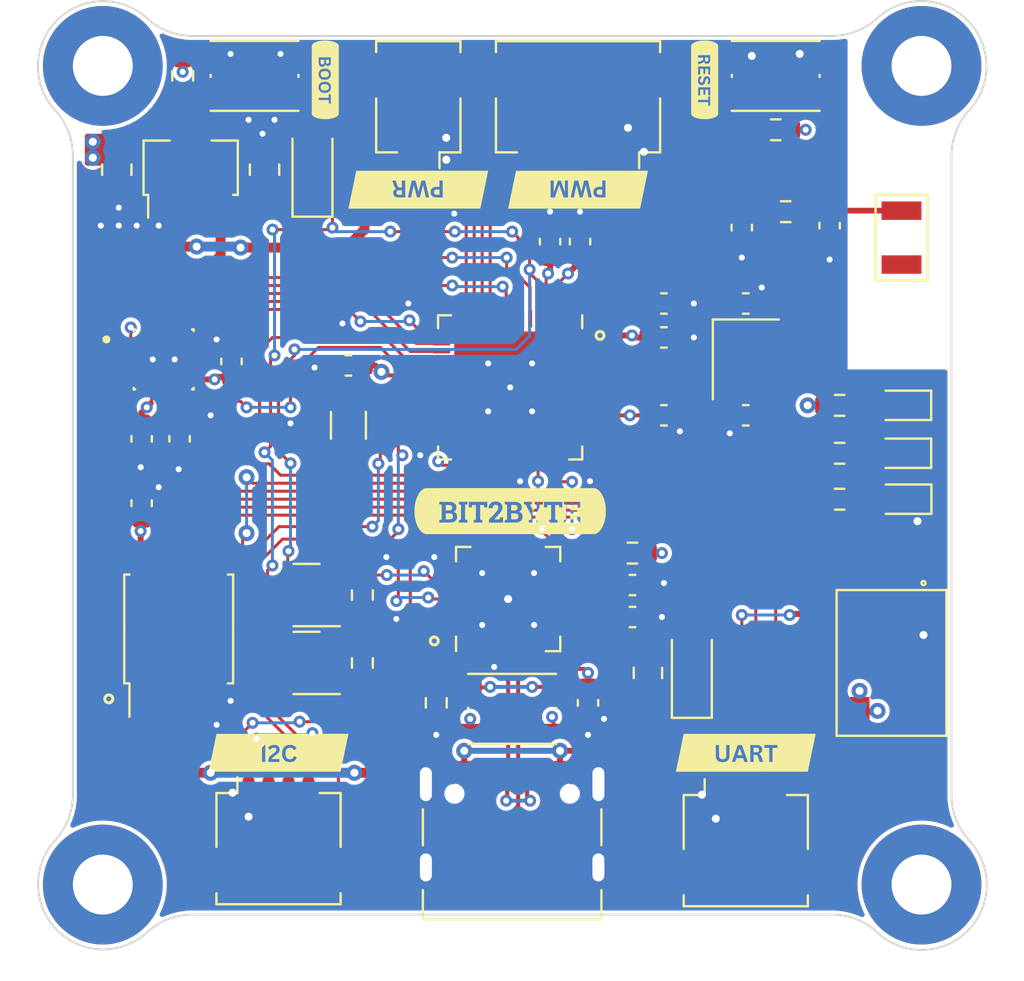
<source format=kicad_pcb>
(kicad_pcb (version 20211014) (generator pcbnew)
  (layers (0 "F.Cu" signal) (1 "In1.Cu" power "GND") (2 "In2.Cu" power "PWR") (31 "B.Cu" signal) (34 "B.Paste" user) (35 "F.Paste" user) (36 "B.SilkS" user "B.Silkscreen") (37 "F.SilkS" user "F.Silkscreen") (38 "B.Mask" user) (39 "F.Mask" user) (44 "Edge.Cuts" user))
  (net 0 "")
  (net 1 "GND")
  (net 2 "+3V3")
  (net 3 "/XTAL_P")
  (net 4 "/XTAL_N")
  (net 5 "Net-(C10-Pad1)")
  (net 6 "/LNA_IN{slash}RF")
  (net 7 "/VUSB")
  (net 8 "+5V")
  (net 9 "/REGOUT")
  (net 10 "Net-(D1-Pad2)")
  (net 11 "Net-(D2-Pad2)")
  (net 12 "/WS2812B")
  (net 14 "/VBUS")
  (net 15 "/USB_D-")
  (net 16 "/USB_D+")
  (net 21 "/S1_OUT")
  (net 22 "/S2_OUT")
  (net 23 "/S3_OUT")
  (net 24 "/S4_OUT")
  (net 25 "/I2C_SDA")
  (net 26 "/I2C_SCL")
  (net 27 "Net-(Q1-Pad1)")
  (net 28 "/~{RST}")
  (net 29 "/RESET")
  (net 30 "Net-(Q2-Pad1)")
  (net 31 "/~{DTR}")
  (net 32 "/BOOT")
  (net 33 "/~{RESET}")
  (net 34 "/~{TXT}")
  (net 35 "/~{RXT}")
  (net 36 "/USER_BTN")
  (net 40 "/SPI2_CS")
  (net 41 "/SPI2_MOSI")
  (net 42 "/SPI2_CLK")
  (net 43 "/SPI2_MISO")
  (net 44 "/GYRO_INT")
  (net 45 "/XTAL_32K_P")
  (net 46 "/XTAL_32K_N")
  (net 51 "/SPI_HD")
  (net 52 "/SPI_WP")
  (net 53 "/SPI_CS0")
  (net 54 "/SPI_CLK")
  (net 55 "/SPI_Q")
  (net 56 "/SPI_D")
  (net 67 "/UART_RX")
  (net 68 "/UART_TX")
  (net 99 "/UART1_TX")
  (net 100 "/UART1_RX")
  (net 101 "/VIN")
  (net 102 "Net-(D6-Pad2)")
  (footprint "Capacitor_SMD:C_0805_2012Metric" (layer "F.Cu") (at 100.2 113.7 -90)
    (fp_text reference "C16" hide)
    (fp_text value "10uF")
  )
  (footprint "MountingHole:MountingHole_3mm_Pad" (layer "F.Cu") (at 99.5 149.5)
    (fp_text reference "H4" hide)
    (fp_text value "MountingHole")
  )
  (footprint "Capacitor_SMD:C_0603_1608Metric" (layer "F.Cu") (at 135.9 116.5 -90)
    (fp_text reference "C10" hide)
    (fp_text value "NC")
  )
  (footprint "SFA_LOGO:UART_7mm" (layer "F.Cu") (at 131.7 142.9)
    (fp_text reference "G***" hide)
    (fp_text value "LOGO" hide)
  )
  (footprint "LED_SMD:LED_0603_1608Metric" (layer "F.Cu") (at 139.5125 130.2 180)
    (fp_text reference "D2" hide)
    (fp_text value "LEDR")
  )
  (footprint "Resistor_SMD:R_0603_1608Metric" (layer "F.Cu") (at 126.025 132.9 180)
    (fp_text reference "R6" hide)
    (fp_text value "10k")
  )
  (footprint "MPU-9250:QFN40P300X300X105-25N" (layer "F.Cu") (at 102.545 123.2)
    (fp_text reference "U6" hide)
    (fp_text value "MPU-9250")
  )
  (footprint "SFA_LOGO:I2C_7mm" (layer "F.Cu") (at 108.3 142.9)
    (fp_text reference "G***" hide)
    (fp_text value "LOGO" hide)
  )
  (footprint "SFA_LOGO:PWM_7mm" (layer "F.Cu") (at 123.3 114.7 180)
    (fp_text reference "G***" hide)
    (fp_text value "LOGO" hide)
  )
  (footprint "Capacitor_SMD:C_0603_1608Metric" (layer "F.Cu") (at 111.8 123.5)
    (fp_text reference "C6" hide)
    (fp_text value "100nF")
  )
  (footprint "SFA_LOGO:BIT2BYTE_LABEL_12mm" (layer "F.Cu") (at 119.9 130.8)
    (fp_text reference "G***" hide)
    (fp_text value "LOGO" hide)
  )
  (footprint "LED_SMD:LED_WS2812B_PLCC4_5.0x5.0mm_P3.2mm" (layer "F.Cu") (at 139 138.4 90)
    (fp_text reference "D4" hide)
    (fp_text value "WS2812B")
  )
  (footprint "Package_TO_SOT_SMD:SOT-23" (layer "F.Cu") (at 109.7 138.4 180)
    (fp_text reference "Q2" hide)
    (fp_text value "1P")
  )
  (footprint "SFA_LOGO:RESET_5mm" (layer "F.Cu") (at 129.7 109.2 -90)
    (fp_text reference "G***" hide)
    (fp_text value "LOGO" hide)
  )
  (footprint "Capacitor_SMD:C_0603_1608Metric" (layer "F.Cu") (at 123.8 140.4 -90)
    (fp_text reference "C14" hide)
    (fp_text value "100nF")
  )
  (footprint "MountingHole:MountingHole_3mm_Pad" (layer "F.Cu") (at 140.5 108.5)
    (fp_text reference "H2" hide)
    (fp_text value "MountingHole")
  )
  (footprint "Resistor_SMD:R_0603_1608Metric" (layer "F.Cu") (at 136.4 127.9 180)
    (fp_text reference "R7" hide)
    (fp_text value "1k")
  )
  (footprint "Connector_Molex:Molex_Pico-Clasp_202396-0407_1x04-1MP_P1.00mm_Horizontal" (layer "F.Cu") (at 108.3 146.9)
    (fp_text reference "J5" hide)
    (fp_text value "UART")
  )
  (footprint "Connector_Molex:Molex_Pico-Clasp_202396-0607_1x06-1MP_P1.00mm_Horizontal" (layer "F.Cu") (at 123.3 110.845 180)
    (fp_text reference "J2" hide)
    (fp_text value "GPIO")
  )
  (footprint "Resistor_SMD:R_0603_1608Metric" (layer "F.Cu") (at 112.5 138.4 90)
    (fp_text reference "R4" hide)
    (fp_text value "10k")
  )
  (footprint "Package_TO_SOT_SMD:SOT-23" (layer "F.Cu") (at 109.7 135 180)
    (fp_text reference "Q1" hide)
    (fp_text value "1P")
  )
  (footprint "Package_TO_SOT_SMD:SOT-89-3" (layer "F.Cu") (at 103.9 113.9 90)
    (fp_text reference "U5" hide)
    (fp_text value "AZ1117-3.3")
  )
  (footprint "Capacitor_SMD:C_0603_1608Metric" (layer "F.Cu") (at 127.6 126 180)
    (fp_text reference "C5" hide)
    (fp_text value "100nF")
  )
  (footprint "Resistor_SMD:R_0603_1608Metric" (layer "F.Cu") (at 112.5 135 -90)
    (fp_text reference "R5" hide)
    (fp_text value "10k")
  )
  (footprint "Capacitor_SMD:C_0603_1608Metric" (layer "F.Cu") (at 126.025 136.1 180)
    (fp_text reference "C12" hide)
    (fp_text value "1uF")
  )
  (footprint "Connector_Molex:Molex_Pico-Clasp_202396-0207_1x02-1MP_P1.00mm_Horizontal" (layer "F.Cu") (at 115.3 110.845 180)
    (fp_text reference "J4" hide)
    (fp_text value "PWR")
  )
  (footprint "Capacitor_SMD:C_0603_1608Metric" (layer "F.Cu") (at 131.5 116.6 -90)
    (fp_text reference "C11" hide)
    (fp_text value "NC")
  )
  (footprint "SFA_LOGO:PWR_7mm" (layer "F.Cu") (at 115.3 114.7 180)
    (fp_text reference "G***" hide)
    (fp_text value "LOGO" hide)
  )
  (footprint "Capacitor_SMD:C_0603_1608Metric" (layer "F.Cu") (at 131.7 120.4)
    (fp_text reference "C7" hide)
    (fp_text value "20pF")
  )
  (footprint "Button_Switch_SMD:SW_Push_1P1T_NO_Vertical_Wuerth_434133025816" (layer "F.Cu") (at 133.2 109)
    (fp_text reference "SW1" hide)
    (fp_text value "K1")
  )
  (footprint "Capacitor_SMD:C_0603_1608Metric" (layer "F.Cu") (at 103.345 127.175 90)
    (fp_text reference "C18" hide)
    (fp_text value "100nF")
  )
  (footprint "Package_DFN_QFN:QFN-28-1EP_5x5mm_P0.5mm_EP3.35x3.35mm" (layer "F.Cu") (at 119.8 135.2 90)
    (fp_text reference "U4" hide)
    (fp_text value "CP2102N-QFN28")
  )
  (footprint "Crystal:Crystal_SMD_3225-4Pin_3.2x2.5mm" (layer "F.Cu") (at 131.7 123.2 -90)
    (fp_text reference "Y2" hide)
    (fp_text value "40Mhz")
  )
  (footprint "Package_SO:SOIC-8_5.23x5.23mm_P1.27mm" (layer "F.Cu") (at 103.3 136.7 90)
    (fp_text reference "U2" hide)
    (fp_text value "W25Q32JVSS")
  )
  (footprint "MountingHole:MountingHole_3mm_Pad" (layer "F.Cu") (at 99.5 108.5)
    (fp_text reference "H1" hide)
    (fp_text value "MountingHole")
  )
  (footprint "Connector_Molex:Molex_Pico-Clasp_202396-0407_1x04-1MP_P1.00mm_Horizontal" (layer "F.Cu") (at 131.7 147)
    (fp_text reference "J3" hide)
    (fp_text value "I2C")
  )
  (footprint "Resistor_SMD:R_0603_1608Metric" (layer "F.Cu") (at 133.2 111.7)
    (fp_text reference "R2" hide)
    (fp_text value "10k")
  )
  (footprint "Capacitor_SMD:C_0603_1608Metric" (layer "F.Cu") (at 121.9 117.3 -90)
    (fp_text reference "C3" hide)
    (fp_text value "100nF")
  )
  (footprint "LED_SMD:LED_0603_1608Metric" (layer "F.Cu") (at 139.5 125.5 180)
    (fp_text reference "D6" hide)
    (fp_text value "LEDR")
  )
  (footprint "Resistor_SMD:R_0603_1608Metric" (layer "F.Cu") (at 133.7 115.8 180)
    (fp_text reference "R1" hide)
    (fp_text value "0R")
  )
  (footprint "Diode_SMD:D_SOD-123" (layer "F.Cu") (at 110 113.8 90)
    (fp_text reference "D5" hide)
    (fp_text value "D5819")
  )
  (footprint "Capacitor_SMD:C_0603_1608Metric" (layer "F.Cu") (at 126.025 134.5)
    (fp_text reference "C13" hide)
    (fp_text value "100nF")
  )
  (footprint "Capacitor_SMD:C_0603_1608Metric" (layer "F.Cu") (at 105.945 123.3 -90)
    (fp_text reference "C19" hide)
    (fp_text value "100nF")
  )
  (footprint "MountingHole:MountingHole_3mm_Pad" (layer "F.Cu") (at 140.5 149.5)
    (fp_text reference "H3" hide)
    (fp_text value "MountingHole")
  )
  (footprint "Capacitor_SMD:C_0603_1608Metric" (layer "F.Cu") (at 123.4 117.3 -90)
    (fp_text reference "C4" hide)
    (fp_text value "100nF")
  )
  (footprint "Resistor_SMD:R_0603_1608Metric" (layer "F.Cu") (at 103.5 109 90)
    (fp_text reference "R3" hide)
    (fp_text value "10k")
  )
  (footprint "Capacitor_SMD:C_0603_1608Metric" (layer "F.Cu") (at 127.6 122.1 180)
    (fp_text reference "C1" hide)
    (fp_text value "1uF")
  )
  (footprint "SFA_LOGO:BOOT_5mm" (layer "F.Cu") (at 110.7 109.2 -90)
    (fp_text reference "G***" hide)
    (fp_text value "LOGO" hide)
  )
  (footprint "Capacitor_SMD:C_0603_1608Metric" (layer "F.Cu") (at 131.7 126 180)
    (fp_text reference "C8" hide)
    (fp_text value "20pF")
  )
  (footprint "Diode_SMD:D_SOD-123" (layer "F.Cu") (at 129 138.9 90)
    (fp_text reference "D3" hide)
    (fp_text value "D5819")
  )
  (footprint "Capacitor_SMD:C_0603_1608Metric" (layer "F.Cu") (at 101.445 130.4 -90)
    (fp_text reference "C9" hide)
    (fp_text value "100nF")
  )
  (footprint "Button_Switch_SMD:SW_Push_1P1T_NO_Vertical_Wuerth_434133025816" (layer "F.Cu") (at 107.1 109)
    (fp_text reference "SW2" hide)
    (fp_text value "K2")
  )
  (footprint "Capacitor_SMD:C_0805_2012Metric" (layer "F.Cu") (at 107.6 113.7 90)
    (fp_text reference "C15" hide)
    (fp_text value "10uF")
  )
  (footprint "Capacitor_SMD:C_0603_1608Metric" (layer "F.Cu") (at 127.6 120.4 180)
    (fp_text reference "C2" hide)
    (fp_text value "10nF")
  )
  (footprint "LED_SMD:LED_0603_1608Metric" (layer "F.Cu") (at 139.5 127.9 180)
    (fp_text reference "D1" hide)
    (fp_text value "LEDR")
  )
  (footprint "Capacitor_SMD:C_0603_1608Metric" (layer "F.Cu") (at 101.445 127.175 90)
    (fp_text reference "C17" hide)
    (fp_text value "10nF")
  )
  (footprint "Resistor_SMD:R_0603_1608Metric" (layer "F.Cu") (at 136.4 125.5 180)
    (fp_text reference "R10" hide)
    (fp_text value "1k")
  )
  (footprint "Connector_USB:USB_C_Receptacle_Palconn_UTC16-G" (layer "F.Cu") (at 120 146.4)
    (fp_text reference "J1" hide)
    (fp_text value "USB_C_2.0")
  )
  (footprint "Fuse:Fuse_0805_2012Metric" (layer "F.Cu") (at 126.8 138.9 90)
    (fp_text reference "F1" hide)
    (fp_text value "Fuse")
  )
  (footprint "Resistor_SMD:R_0603_1608Metric" (layer "F.Cu") (at 136.4 130.2 180)
    (fp_text reference "R8" hide)
    (fp_text value "1k")
  )
  (footprint "Button_Switch_SMD:SW_Push_1P1T_NO_Vertical_Wuerth_434133025816" (layer "F.Cu") (at 120 140.7 180)
    (fp_text reference "SW3" hide)
    (fp_text value "USER_BTN")
  )
  (footprint "Resistor_SMD:R_0603_1608Metric" (layer "F.Cu") (at 116.2 140.4 90)
    (fp_text reference "R9" hide)
    (fp_text value "10k")
  )
  (footprint "Crystal:Crystal_SMD_3215-2Pin_3.2x1.5mm" (layer "F.Cu") (at 111.8 126.5 -90)
    (fp_text reference "Y1" hide)
    (fp_text value "32KHz")
  )
  (footprint "Antenna:Antenna" (layer "F.Cu") (at 139.5 115.75 180)
    (fp_text reference "U3" hide)
    (fp_text value "Antenna")
  )
  (footprint "Package_DFN_QFN:QFN-56-1EP_7x7mm_P0.4mm_EP5.6x5.6mm" (layer "F.Cu") (at 119.9 124.6 -90)
    (fp_text reference "U1" hide)
    (fp_text value "ESP32-S3")
  )
  (gr_circle (center 99.8 140.2) (end 99.8 140.4) (layer "F.SilkS") (width 0.15) (fill none))
  (gr_circle (center 116.1 137.3) (end 115.9 137.3) (layer "F.SilkS") (width 0.15) (fill none))
  (gr_circle (center 124.4 122) (end 124.4 122.2) (layer "F.SilkS") (width 0.15) (fill none))
  (gr_line (start 98 145) (end 98 113) (layer "Edge.Cuts") (width 0.1))
  (gr_arc (start 98 145) (mid 97.766987 146.234908) (end 97.1 147.3) (layer "Edge.Cuts") (width 0.1))
  (gr_arc (start 101.6 152) (mid 102.7 151.26) (end 104 151) (layer "Edge.Cuts") (width 0.1))
  (gr_line (start 136 151) (end 104 151) (layer "Edge.Cuts") (width 0.1))
  (gr_arc (start 136 151) (mid 137.299999 151.260003) (end 138.4 152) (layer "Edge.Cuts") (width 0.1))
  (gr_arc (start 142.9 147.3) (mid 142.233017 146.234906) (end 142 145) (layer "Edge.Cuts") (width 0.1))
  (gr_arc (start 101.6 152) (mid 97.166111 151.740958) (end 97.1 147.3) (layer "Edge.Cuts") (width 0.1))
  (gr_line (start 104 107) (end 136 107) (layer "Edge.Cuts") (width 0.1))
  (gr_arc (start 138.3 106.1) (mid 137.234907 106.766985) (end 136 107) (layer "Edge.Cuts") (width 0.1))
  (gr_arc (start 97 110.6) (mid 97.74 111.7) (end 98 113) (layer "Edge.Cuts") (width 0.1))
  (gr_arc (start 142 113) (mid 142.26 111.7) (end 143 110.6) (layer "Edge.Cuts") (width 0.1))
  (gr_line (start 142 113) (end 142 145) (layer "Edge.Cuts") (width 0.1))
  (gr_arc (start 138.3 106.1) (mid 142.748734 106.157989) (end 143 110.6) (layer "Edge.Cuts") (width 0.1))
  (gr_arc (start 142.9 147.3) (mid 142.860494 151.766431) (end 138.4 152) (layer "Edge.Cuts") (width 0.1))
  (gr_arc (start 97 110.6) (mid 97.258999 106.166065) (end 101.7 106.1) (layer "Edge.Cuts") (width 0.1))
  (gr_arc (start 104 107) (mid 102.765091 106.766989) (end 101.7 106.1) (layer "Edge.Cuts") (width 0.1))
  (segment (start 103.145 122.6) (end 102.545 123.2) (width 0.15) (layer "F.Cu") (net 1))
  (segment (start 132.55 120.475) (end 132.475 120.4) (width 0.3) (layer "F.Cu") (net 1))
  (segment (start 104.09 122.2) (end 104.7 122.2) (width 0.15) (layer "F.Cu") (net 1))
  (segment (start 123.4 116.525) (end 123.4 115.8) (width 0.3) (layer "F.Cu") (net 1))
  (segment (start 106.025 144.875) (end 106 144.9) (width 0.5) (layer "F.Cu") (net 1))
  (segment (start 111.025 123.5) (end 110.212466 123.5) (width 0.15) (layer "F.Cu") (net 1))
  (segment (start 132.55 122.1) (end 132.55 120.475) (width 0.3) (layer "F.Cu") (net 1))
  (segment (start 103.145 123.8) (end 102.545 123.2) (width 0.15) (layer "F.Cu") (net 1))
  (segment (start 128.375 126) (end 128.375 126.775) (width 0.3) (layer "F.Cu") (net 1))
  (segment (start 102.3 129.6) (end 101.47 129.6) (width 0.15) (layer "F.Cu") (net 1))
  (segment (start 140.6 135.95) (end 140.6 137) (width 0.3) (layer "F.Cu") (net 1))
  (segment (start 105.2 122.2) (end 104.7 122.2) (width 0.3) (layer "F.Cu") (net 1))
  (segment (start 101.4 127.995) (end 101.445 127.95) (width 0.15) (layer "F.Cu") (net 1))
  (segment (start 116.2 141.225) (end 116.2 142) (width 0.3) (layer "F.Cu") (net 1))
  (segment (start 131.925 107.925) (end 132 108) (width 0.3) (layer "F.Cu") (net 1))
  (segment (start 101.47 129.6) (end 101.445 129.625) (width 0.15) (layer "F.Cu") (net 1))
  (segment (start 131.125 107.925) (end 131.925 107.925) (width 0.3) (layer "F.Cu") (net 1))
  (segment (start 105.4 122.4) (end 105.2 122.2) (width 0.3) (layer "F.Cu") (net 1))
  (segment (start 121.9 116.525) (end 121.9 115.8) (width 0.3) (layer "F.Cu") (net 1))
  (segment (start 126.53 112.87) (end 126.6 112.8) (width 0.5) (layer "F.Cu") (net 1))
  (segment (start 123.8 141.175) (end 123.8 142) (width 0.2) (layer "F.Cu") (net 1))
  (segment (start 129.1 120.4) (end 128.375 120.4) (width 0.3) (layer "F.Cu") (net 1))
  (segment (start 105.205 140.3) (end 105.9 140.3) (width 0.3) (layer "F.Cu") (net 1))
  (segment (start 132.5 119.6) (end 132.475 119.625) (width 0.3) (layer "F.Cu") (net 1))
  (segment (start 116.26 143.89) (end 115.68 144.47) (width 0.3) (layer "F.Cu") (net 1))
  (segment (start 135.9 118.2) (end 135.9 117.275) (width 0.3) (layer "F.Cu") (net 1))
  (segment (start 140.2875 130.1875) (end 140.3 130.2) (width 0.3) (layer "F.Cu") (net 1))
  (segment (start 123.8 141.175) (end 124.575 141.175) (width 0.2) (layer "F.Cu") (net 1))
  (segment (start 124.575 141.175) (end 124.6 141.2) (width 0.2) (layer "F.Cu") (net 1))
  (segment (start 125.8 112.87) (end 126.53 112.87) (width 0.5) (layer "F.Cu") (net 1))
  (segment (start 126.8 134.5) (end 127.5 134.5) (width 0.3) (layer "F.Cu") (net 1))
  (segment (start 128.375 122.1) (end 129.1 122.1) (width 0.3) (layer "F.Cu") (net 1))
  (segment (start 103.145 121.655) (end 103.145 122.6) (width 0.15) (layer "F.Cu") (net 1))
  (segment (start 110.212466 123.5) (end 110.106233 123.606233) (width 0.15) (layer "F.Cu") (net 1))
  (segment (start 119.3 138.4) (end 119.1 138.6) (width 0.15) (layer "F.Cu") (net 1))
  (segment (start 125.8 112.87) (end 125.8 111.6) (width 0.5) (layer "F.Cu") (net 1))
  (segment (start 131.5 117.375) (end 131.5 118.1) (width 0.29) (layer "F.Cu") (net 1))
  (segment (start 123.74 143.89) (end 124.32 144.47) (width 0.3) (layer "F.Cu") (net 1))
  (segment (start 132.475 119.625) (end 132.475 120.4) (width 0.3) (layer "F.Cu") (net 1))
  (segment (start 134.425 107.925) (end 134.4 107.9) (width 0.3) (layer "F.Cu") (net 1))
  (segment (start 140.2875 125.5) (end 140.2875 130.1875) (width 0.3) (layer "F.Cu") (net 1))
  (segment (start 130.925 126) (end 130.925 126.875) (width 0.3) (layer "F.Cu") (net 1))
  (segment (start 116.8 143.89) (end 116.26 143.89) (width 0.3) (layer "F.Cu") (net 1))
  (segment (start 123.2 143.89) (end 123.74 143.89) (width 0.3) (layer "F.Cu") (net 1))
  (segment (start 101.4 128.6) (end 101.4 127.995) (width 0.15) (layer "F.Cu") (net 1))
  (segment (start 126.8 136.1) (end 127.5 136.1) (width 0.3) (layer "F.Cu") (net 1))
  (segment (start 108.425 107.925) (end 108.4 107.9) (width 0.15) (layer "F.Cu") (net 1))
  (segment (start 127.5 134.5) (end 127.6 134.4) (width 0.3) (layer "F.Cu") (net 1))
  (segment (start 103.145 124.745) (end 103.145 123.8) (width 0.15) (layer "F.Cu") (net 1))
  (segment (start 130.925 126) (end 130.925 124.375) (width 0.3) (layer "F.Cu") (net 1))
  (segment (start 106.8 144.875) (end 106.8 146.1) (width 0.5) (layer "F.Cu") (net 1))
  (segment (start 105.945 122.525) (end 105.82 122.4) (width 0.3) (layer "F.Cu") (net 1))
  (segment (start 119.3 137.65) (end 119.3 138.4) (width 0.15) (layer "F.Cu") (net 1))
  (segment (start 103.345 128.655) (end 103.3 128.7) (width 0.15) (layer "F.Cu") (net 1))
  (segment (start 109.175 107.925) (end 108.425 107.925) (width 0.15) (layer "F.Cu") (net 1))
  (segment (start 129.525 144.975) (end 129.5 145) (width 0.5) (layer "F.Cu") (net 1))
  (segment (start 106.8 144.875) (end 106.025 144.875) (width 0.5) (layer "F.Cu") (net 1))
  (segment (start 105.205 141.495) (end 105.2 141.5) (width 0.3) (layer "F.Cu") (net 1))
  (segment (start 130.925 124.375) (end 130.85 124.3) (width 0.3) (layer "F.Cu") (net 1))
  (segment (start 105.025 107.925) (end 105.875 107.925) (width 0.15) (layer "F.Cu") (net 1))
  (segment (start 140.3 130.2) (end 140.3 131.3) (width 0.3) (layer "F.Cu") (net 1))
  (segment (start 105.82 122.4) (end 105.4 122.4) (width 0.3) (layer "F.Cu") (net 1))
  (segment (start 128.375 126.775) (end 128.4 126.8) (width 0.3) (layer "F.Cu") (net 1))
  (segment (start 105.875 107.925) (end 105.9 107.9) (width 0.15) (layer "F.Cu") (net 1))
  (segment (start 135.275 107.925) (end 134.425 107.925) (width 0.3) (layer "F.Cu") (net 1))
  (segment (start 105.205 140.3) (end 105.205 141.495) (width 0.3) (layer "F.Cu") (net 1))
  (segment (start 103.345 127.95) (end 103.345 128.655) (width 0.15) (layer "F.Cu") (net 1))
  (segment (start 130.925 126.875) (end 130.9 126.9) (width 0.3) (layer "F.Cu") (net 1))
  (segment (start 130.2 144.975) (end 129.525 144.975) (width 0.5) (layer "F.Cu") (net 1))
  (segment (start 130.2 144.975) (end 130.2 146.2) (width 0.5) (layer "F.Cu") (net 1))
  (via (at 123.4 115.8) (size 0.6) (drill 0.3) (layers "F.Cu" "B.Cu") (net 1))
  (via (at 117.1 115.9) (size 0.6) (drill 0.3) (layers "F.Cu" "B.Cu") (net 1))
  (via (at 102.3 116.5) (size 0.6) (drill 0.3) (layers "F.Cu" "B.Cu") (net 1))
  (via (at 116.7 113.2) (size 0.8) (drill 0.4) (layers "F.Cu" "B.Cu") (net 1))
  (via (at 130.9 126.9) (size 0.6) (drill 0.3) (layers "F.Cu" "B.Cu") (net 1))
  (via (at 104.9 126) (size 0.6) (drill 0.3) (layers "F.Cu" "B.Cu") (net 1))
  (via (at 121.1 133.9) (size 0.6) (drill 0.3) (layers "F.Cu" "B.Cu") (net 1))
  (via (at 105.9 107.9) (size 0.6) (drill 0.3) (layers "F.Cu" "B.Cu") (net 1))
  (via (at 100.3 115.6) (size 0.6) (drill 0.3) (layers "F.Cu" "B.Cu") (net 1))
  (via (at 119.9 124.6) (size 0.6) (drill 0.3) (layers "F.Cu" "B.Cu") (net 1))
  (via (at 103.3 128.7) (size 0.6) (drill 0.3) (layers "F.Cu" "B.Cu") (net 1))
  (via (at 131.5 118.1) (size 0.6) (drill 0.3) (layers "F.Cu" "B.Cu") (net 1))
  (via (at 103.1 123.2) (size 0.6) (drill 0.3) (layers "F.Cu" "B.Cu") (net 1))
  (via (at 132 108) (size 0.8) (drill 0.4) (layers "F.Cu" "B.Cu") (net 1))
  (via (at 108.1 111.2) (size 0.6) (drill 0.3) (layers "F.Cu" "B.Cu") (net 1))
  (via (at 111.5 121.4) (size 0.6) (drill 0.3) (layers "F.Cu" "B.Cu") (net 1))
  (via (at 106.8 111.2) (size 0.6) (drill 0.3) (layers "F.Cu" "B.Cu") (net 1))
  (via (at 106 144.9) (size 0.8) (drill 0.4) (layers "F.Cu" "B.Cu") (net 1))
  (via (at 110.106233 123.606233) (size 0.6) (drill 0.3) (layers "F.Cu" "B.Cu") (net 1))
  (via (at 118.5 133.9) (size 0.6) (drill 0.3) (layers "F.Cu" "B.Cu") (net 1))
  (via (at 120.4 129.3) (size 0.6) (drill 0.3) (layers "F.Cu" "B.Cu") (net 1))
  (via (at 114.2 136.2) (size 0.6) (drill 0.3) (layers "F.Cu" "B.Cu") (net 1))
  (via (at 101.2 116.5) (size 0.6) (drill 0.3) (layers "F.Cu" "B.Cu") (net 1))
  (via (at 129.1 122.1) (size 0.6) (drill 0.3) (layers "F.Cu" "B.Cu") (net 1))
  (via (at 116.7 112.1) (size 0.8) (drill 0.4) (layers "F.Cu" "B.Cu") (net 1))
  (via (at 121.1 136.5) (size 0.6) (drill 0.3) (layers "F.Cu" "B.Cu") (net 1))
  (via (at 118.8 125.8) (size 0.6) (drill 0.3) (layers "F.Cu" "B.Cu") (net 1))
  (via (at 121 123.4) (size 0.6) (drill 0.3) (layers "F.Cu" "B.Cu") (net 1))
  (via (at 127.6 134.4) (size 0.6) (drill 0.3) (layers "F.Cu" "B.Cu") (net 1))
  (via (at 108.9 126.399503) (size 0.6) (drill 0.3) (layers "F.Cu" "B.Cu") (net 1))
  (via (at 132.5 119.6) (size 0.6) (drill 0.3) (layers "F.Cu" "B.Cu") (net 1))
  (via (at 121 125.8) (size 0.6) (drill 0.3) (layers "F.Cu" "B.Cu") (net 1))
  (via (at 140.6 137) (size 0.8) (drill 0.4) (layers "F.Cu" "B.Cu") (net 1))
  (via (at 126.6 112.8) (size 0.8) (drill 0.4) (layers "F.Cu" "B.Cu") (net 1))
  (via (at 105.2 141.5) (size 0.6) (drill 0.3) (layers "F.Cu" "B.Cu") (net 1))
  (via (at 130.2 146.2) (size 0.8) (drill 0.4) (layers "F.Cu" "B.Cu") (net 1))
  (via (at 118.5 136.5) (size 0.6) (drill 0.3) (layers "F.Cu" "B.Cu") (net 1))
  (via (at 102.3 129.6) (size 0.6) (drill 0.3) (layers "F.Cu" "B.Cu") (net 1))
  (via (at 108.4 107.9) (size 0.6) (drill 0.3) (layers "F.Cu" "B.Cu") (net 1))
  (via (at 124.6 141.2) (size 0.6) (drill 0.3) (layers "F.Cu" "B.Cu") (net 1))
  (via (at 121.9 115.8) (size 0.6) (drill 0.3) (layers "F.Cu" "B.Cu") (net 1))
  (via (at 113.7 133.1) (size 0.6) (drill 0.3) (layers "F.Cu" "B.Cu") (net 1))
  (via (at 127.5 136.1) (size 0.6) (drill 0.3) (layers "F.Cu" "B.Cu") (net 1))
  (via (at 116.2 142) (size 0.6) (drill 0.3) (layers "F.Cu" "B.Cu") (net 1))
  (via (at 105.9 140.3) (size 0.6) (drill 0.3) (layers "F.Cu" "B.Cu") (net 1))
  (via (at 123.8 142) (size 0.6) (drill 0.3) (layers "F.Cu" "B.Cu") (net 1))
  (via (at 105.2 122.2) (size 0.6) (drill 0.3) (layers "F.Cu" "B.Cu") (net 1))
  (via (at 119.8 135.2) (size 0.8) (drill 0.4) (layers "F.Cu" "B.Cu") (net 1))
  (via (at 118.8 123.4) (size 0.6) (drill 0.3) (layers "F.Cu" "B.Cu") (net 1))
  (via (at 129.5 145) (size 0.8) (drill 0.4) (layers "F.Cu" "B.Cu") (net 1))
  (via (at 107.5 111.9) (size 0.6) (drill 0.3) (layers "F.Cu" "B.Cu") (net 1))
  (via (at 119.1 138.6) (size 0.6) (drill 0.3) (layers "F.Cu" "B.Cu") (net 1))
  (via (at 134.4 107.9) (size 0.8) (drill 0.4) (layers "F.Cu" "B.Cu") (net 1))
  (via (at 140.3 131.3) (size 0.8) (drill 0.4) (layers "F.Cu" "B.Cu") (net 1))
  (via (at 135.9 118.2) (size 0.6) (drill 0.3) (layers "F.Cu" "B.Cu") (net 1))
  (via (at 116.1 133.1) (size 0.6) (drill 0.3) (layers "F.Cu" "B.Cu") (net 1))
  (via (at 101.4 128.6) (size 0.6) (drill 0.3) (layers "F.Cu" "B.Cu") (net 1))
  (via (at 129.1 120.4) (size 0.6) (drill 0.3) (layers "F.Cu" "B.Cu") (net 1))
  (via (at 115.4 128) (size 0.6) (drill 0.3) (layers "F.Cu" "B.Cu") (net 1))
  (via (at 102 123.2) (size 0.6) (drill 0.3) (layers "F.Cu" "B.Cu") (net 1))
  (via (at 128.4 126.8) (size 0.6) (drill 0.3) (layers "F.Cu" "B.Cu") (net 1))
  (via (at 106.8 146.1) (size 0.8) (drill 0.4) (layers "F.Cu" "B.Cu") (net 1))
  (via (at 100.3 116.5) (size 0.6) (drill 0.3) (layers "F.Cu" "B.Cu") (net 1))
  (via (at 123.9 129.3) (size 0.6) (drill 0.3) (layers "F.Cu" "B.Cu") (net 1))
  (via (at 114.8 120.4) (size 0.6) (drill 0.3) (layers "F.Cu" "B.Cu") (net 1))
  (via (at 125.8 111.6) (size 0.8) (drill 0.4) (layers "F.Cu" "B.Cu") (net 1))
  (via (at 99.4 116.5) (size 0.6) (drill 0.3) (layers "F.Cu" "B.Cu") (net 1))
  (segment (start 126.1 122.1) (end 126 122) (width 0.3) (layer "F.Cu") (net 2))
  (segment (start 124 122.4) (end 123.3375 122.4) (width 0.15) (layer "F.Cu") (net 2))
  (segment (start 134.025 111.7) (end 134.7 111.7) (width 0.15) (layer "F.Cu") (net 2))
  (segment (start 123.6 138.7) (end 121.1 138.7) (width 0.2) (layer "F.Cu") (net 2))
  (segment (start 113.131353 123.5) (end 113.452973 123.82162) (width 0.3) (layer "F.Cu") (net 2))
  (segment (start 124.1 122.3) (end 124 122.4) (width 0.15) (layer "F.Cu") (net 2))
  (segment (start 101.445 125.855) (end 101.7 125.6) (width 0.3) (layer "F.Cu") (net 2))
  (segment (start 121.8 118.9) (end 121.9 118.8) (width 0.3) (layer "F.Cu") (net 2))
  (segment (start 101.945 125.355) (end 101.945 124.745) (width 0.15) (layer "F.Cu") (net 2))
  (segment (start 101.9 125.4) (end 101.945 125.355) (width 0.15) (layer "F.Cu") (net 2))
  (segment (start 121.7 119) (end 121.7 121.1625) (width 0.15) (layer "F.Cu") (net 2))
  (segment (start 122.075 141.775) (end 122.075 141.175) (width 0.2) (layer "F.Cu") (net 2))
  (segment (start 123.3375 122) (end 124.1 122) (width 0.15) (layer "F.Cu") (net 2))
  (segment (start 122.8 118.9) (end 122.1 119.6) (width 0.15) (layer "F.Cu") (net 2))
  (segment (start 101.445 131.745) (end 101.395 131.795) (width 0.3) (layer "F.Cu") (net 2))
  (segment (start 117.3 128.4) (end 117.2 128.5) (width 0.15) (layer "F.Cu") (net 2))
  (segment (start 121.9 118.8) (end 121.9 118.075) (width 0.3) (layer "F.Cu") (net 2))
  (segment (start 101.7 125.6) (end 101.9 125.4) (width 0.3) (layer "F.Cu") (net 2))
  (segment (start 104.7 124.2) (end 104.09 124.2) (width 0.15) (layer "F.Cu") (net 2))
  (segment (start 101.445 131.175) (end 101.445 131.745) (width 0.3) (layer "F.Cu") (net 2))
  (segment (start 100.9 122.1) (end 101 122.2) (width 0.15) (layer "F.Cu") (net 2))
  (segment (start 116.4625 124) (end 113.6 124) (width 0.2) (layer "F.Cu") (net 2))
  (segment (start 123.4 118.3) (end 123.4 118.075) (width 0.3) (layer "F.Cu") (net 2))
  (segment (start 117.2 128.5) (end 116.5 128.5) (width 0.15) (layer "F.Cu") (net 2))
  (segment (start 116.5 128.5) (end 116.3 128.3) (width 0.15) (layer "F.Cu") (net 2))
  (segment (start 122.1 119.6) (end 122.1 121.1625) (width 0.15) (layer "F.Cu") (net 2))
  (segment (start 101.445 126.4) (end 101.445 125.855) (width 0.3) (layer "F.Cu") (net 2))
  (segment (start 137.4 140.85) (end 138.25 140.85) (width 0.3) (layer "F.Cu") (net 2))
  (segment (start 100.9 121.6) (end 100.9 122.1) (width 0.15) (layer "F.Cu") (net 2))
  (segment (start 117.3 128.0375) (end 117.3 128.4) (width 0.15) (layer "F.Cu") (net 2))
  (segment (start 105.225 124.075) (end 105.1 124.2) (width 0.3) (layer "F.Cu") (net 2))
  (segment (start 138.25 140.85) (end 138.3 140.8) (width 0.3) (layer "F.Cu") (net 2))
  (segment (start 101.395 133.1) (end 101.395 131.795) (width 0.3) (layer "F.Cu") (net 2))
  (segment (start 105.945 124.075) (end 105.225 124.075) (width 0.3) (layer "F.Cu") (net 2))
  (segment (start 122.8 118.9) (end 123.4 118.3) (width 0.3) (layer "F.Cu") (net 2))
  (segment (start 113.1 123.5) (end 113.5 123.9) (width 0.2) (layer "F.Cu") (net 2))
  (segment (start 112.575 123.5) (end 113.1 123.5) (width 0.2) (layer "F.Cu") (net 2))
  (segment (start 120.8 138.4) (end 120.8 137.65) (width 0.2) (layer "F.Cu") (net 2))
  (segment (start 135.575 125.5) (end 134.8 125.5) (width 0.3) (layer "F.Cu") (net 2))
  (segment (start 121.8 118.9) (end 121.7 119) (width 0.15) (layer "F.Cu") (net 2))
  (segment (start 137.4 140.85) (end 137.4 139.8) (width 0.3) (layer "F.Cu") (net 2))
  (segment (start 117.925 141.775) (end 117.925 141.225) (width 0.3) (layer "F.Cu") (net 2))
  (segment (start 121.1 138.7) (end 120.8 138.4) (width 0.2) (layer "F.Cu") (net 2))
  (segment (start 117.925 141.225) (end 117.9 141.2) (width 0.3) (layer "F.Cu") (net 2))
  (segment (start 124.1 122) (end 126 122) (width 0.3) (layer "F.Cu") (net 2))
  (segment (start 113.6 124) (end 113.5 123.9) (width 0.2) (layer "F.Cu") (net 2))
  (segment (start 123.8 138.9) (end 123.6 138.7) (width 0.2) (layer "F.Cu") (net 2))
  (segment (start 123.8 139.625) (end 123.8 138.9) (width 0.2) (layer "F.Cu") (net 2))
  (segment (start 126.825 122.1) (end 126.1 122.1) (width 0.3) (layer "F.Cu") (net 2))
  (segment (start 126.825 120.4) (end 126.825 122.1) (width 0.3) (layer "F.Cu") (net 2))
  (segment (start 122.075 141.175) (end 122 141.1) (width 0.2) (layer "F.Cu") (net 2))
  (segment (start 124.1 122) (end 124.1 122.3) (width 0.15) (layer "F.Cu") (net 2))
  (segment (start 105.1 124.2) (end 104.7 124.2) (width 0.3) (layer "F.Cu") (net 2))
  (segment (start 103.5 108.175) (end 103.5 108.8) (width 0.15) (layer "F.Cu") (net 2))
  (segment (start 126.825 126) (end 125.9 126) (width 0.2) (layer "F.Cu") (net 2))
  (segment (start 112.575 123.5) (end 113.131353 123.5) (width 0.3) (layer "F.Cu") (net 2))
  (segment (start 123.3375 126) (end 125.9 126) (width 0.2) (layer "F.Cu") (net 2))
  (segment (start 126.85 132.9) (end 127.5 132.9) (width 0.3) (layer "F.Cu") (net 2))
  (via (at 123.8 138.9) (size 0.6) (drill 0.3) (layers "F.Cu" "B.Cu") (net 2))
  (via (at 121.8 118.9) (size 0.6) (drill 0.3) (layers "F.Cu" "B.Cu") (net 2))
  (via (at 122.8 118.9) (size 0.6) (drill 0.3) (layers "F.Cu" "B.Cu") (net 2))
  (via (at 134.7 111.7) (size 0.6) (drill 0.3) (layers "F.Cu" "B.Cu") (net 2))
  (via (at 127.5 132.9) (size 0.6) (drill 0.3) (layers "F.Cu" "B.Cu") (net 2))
  (via (at 101.7 125.6) (size 0.6) (drill 0.3) (layers "F.Cu" "B.Cu") (net 2))
  (via (at 113.452973 123.82162) (size 0.8) (drill 0.4) (layers "F.Cu" "B.Cu") (net 2))
  (via (at 134.8 125.5) (size 0.8) (drill 0.4) (layers "F.Cu" "B.Cu") (net 2))
  (via (at 99 113.1) (size 0.8) (drill 0.4) (layers "F.Cu" "B.Cu") (net 2))
  (via (at 122 141.1) (size 0.6) (drill 0.3) (layers "F.Cu" "B.Cu") (net 2))
  (via (at 101.395 131.795) (size 0.6) (drill 0.3) (layers "F.Cu" "B.Cu") (net 2))
  (via (at 116.3 128.3) (size 0.6) (drill 0.3) (layers "F.Cu" "B.Cu") (net 2))
  (via (at 103.5 108.8) (size 0.6) (drill 0.3) (layers "F.Cu" "B.Cu") (net 2))
  (via (at 105.1 124.2) (size 0.6) (drill 0.3) (layers "F.Cu" "B.Cu") (net 2))
  (via (at 100.9 121.6) (size 0.6) (drill 0.3) (layers "F.Cu" "B.Cu") (net 2))
  (via (at 126 122) (size 0.6) (drill 0.3) (layers "F.Cu" "B.Cu") (net 2))
  (via (at 117.9 141.2) (size 0.6) (drill 0.3) (layers "F.Cu" "B.Cu") (net 2))
  (via (at 137.4 139.8) (size 0.8) (drill 0.4) (layers "F.Cu" "B.Cu") (net 2))
  (via (at 99 112.3) (size 0.8) (drill 0.4) (layers "F.Cu" "B.Cu") (net 2))
  (via (at 138.3 140.8) (size 0.8) (drill 0.4) (layers "F.Cu" "B.Cu") (net 2))
  (via (at 125.9 126) (size 0.6) (drill 0.3) (layers "F.Cu" "B.Cu") (net 2))
  (segment (start 126 123.1) (end 129 123.1) (width 0.15) (layer "F.Cu") (net 3))
  (segment (start 129 123.1) (end 130 122.1) (width 0.15) (layer "F.Cu") (net 3))
  (segment (start 130.925 120.4) (end 130.85 120.475) (width 0.15) (layer "F.Cu") (net 3))
  (segment (start 125.7 122.8) (end 126 123.1) (width 0.15) (layer "F.Cu") (net 3))
  (segment (start 130 122.1) (end 130.85 122.1) (width 0.15) (layer "F.Cu") (net 3))
  (segment (start 123.3375 122.8) (end 125.7 122.8) (width 0.15) (layer "F.Cu") (net 3))
  (segment (start 130.85 120.475) (end 130.85 122.1) (width 0.15) (layer "F.Cu") (net 3))
  (segment (start 132.55 123.55) (end 132.55 124.3) (width 0.15) (layer "F.Cu") (net 4))
  (segment (start 132.2 123.2) (end 132.55 123.55) (width 0.15) (layer "F.Cu") (net 4))
  (segment (start 124 123.2) (end 124.4 123.6) (width 0.15) (layer "F.Cu") (net 4))
  (segment (start 123.3375 123.2) (end 124 123.2) (width 0.15) (layer "F.Cu") (net 4))
  (segment (start 132.55 124.3) (end 132.55 125.925) (width 0.15) (layer "F.Cu") (net 4))
  (segment (start 124.4 123.6) (end 129.6 123.6) (width 0.15) (layer "F.Cu") (net 4))
  (segment (start 132.55 125.925) (end 132.475 126) (width 0.15) (layer "F.Cu") (net 4))
  (segment (start 130 123.2) (end 132.2 123.2) (width 0.15) (layer "F.Cu") (net 4))
  (segment (start 129.6 123.6) (end 130 123.2) (width 0.15) (layer "F.Cu") (net 4))
  (segment (start 134.525 115.8) (end 135.825 115.8) (width 0.29) (layer "F.Cu") (net 5))
  (segment (start 135.925 115.75) (end 139.5 115.75) (width 0.29) (layer "F.Cu") (net 5))
  (segment (start 135.9 115.725) (end 135.925 115.75) (width 0.29) (layer "F.Cu") (net 5))
  (segment (start 135.825 115.8) (end 135.9 115.725) (width 0.29) (layer "F.Cu") (net 5))
  (segment (start 131.525 115.8) (end 131.5 115.825) (width 0.29) (layer "F.Cu") (net 6))
  (segment (start 131.475 115.8) (end 126 115.8) (width 0.29) (layer "F.Cu") (net 6))
  (segment (start 125.3 116.5) (end 125.3 119.1) (width 0.29) (layer "F.Cu") (net 6))
  (segment (start 122.51952 120.5) (end 122.51952 120.5) (width 0.29) (layer "F.Cu") (net 6))
  (segment (start 122.5 121.1625) (end 122.5 120.5) (width 0.2) (layer "F.Cu") (net 6))
  (segment (start 132.875 115.8) (end 131.525 115.8) (width 0.29) (layer "F.Cu") (net 6))
  (segment (start 131.5 115.825) (end 131.475 115.8) (width 0.29) (layer "F.Cu") (net 6))
  (segment (start 124.6 119.8) (end 123.21952 119.8) (width 0.29) (layer "F.Cu") (net 6))
  (arc (start 126 115.8) (mid 125.505025 116.005025) (end 125.3 116.5) (width 0.29) (layer "F.Cu") (net 6))
  (arc (start 125.3 119.1) (mid 125.094975 119.594975) (end 124.6 119.8) (width 0.29) (layer "F.Cu") (net 6))
  (arc (start 123.21952 119.8) (mid 122.724545 120.005025) (end 122.51952 120.5) (width 0.29) (layer "F.Cu") (net 6))
  (segment (start 123.9 136.1) (end 123.3 136.7) (width 0.2) (layer "F.Cu") (net 7))
  (segment (start 123.3 136.7) (end 122.8 136.7) (width 0.2) (layer "F.Cu") (net 7))
  (segment (start 123.3 138.1) (end 123.1 138.3) (width 0.2) (layer "F.Cu") (net 7))
  (segment (start 122.25 136.7) (end 122.8 136.7) (width 0.15) (layer "F.Cu") (net 7))
  (segment (start 125.25 136.1) (end 125.15 136) (width 0.3) (layer "F.Cu") (net 7))
  (segment (start 128.35 137.25) (end 129 137.25) (width 0.3) (layer "F.Cu") (net 7))
  (segment (start 121.5 138.3) (end 121.3 138.1) (width 0.2) (layer "F.Cu") (net 7))
  (segment (start 126.8 137.9625) (end 127.6375 137.9625) (width 0.3) (layer "F.Cu") (net 7))
  (segment (start 121.3 138.1) (end 121.3 137.65) (width 0.2) (layer "F.Cu") (net 7))
  (segment (start 127.6375 137.9625) (end 128.35 137.25) (width 0.3) (layer "F.Cu") (net 7))
  (segment (start 126.8 137.9625) (end 125.6625 137.9625) (width 0.3) (layer "F.Cu") (net 7))
  (segment (start 123.1 138.3) (end 121.5 138.3) (width 0.2) (layer "F.Cu") (net 7))
  (segment (start 123.3 136.7) (end 123.3 138.1) (width 0.2) (layer "F.Cu") (net 7))
  (segment (start 125.25 137.55) (end 125.25 136.1) (width 0.3) (layer "F.Cu") (net 7))
  (segment (start 125.25 134.5) (end 125.25 136.1) (width 0.4) (layer "F.Cu") (net 7))
  (segment (start 125.6625 137.9625) (end 125.25 137.55) (width 0.3) (layer "F.Cu") (net 7))
  (segment (start 125.25 136.1) (end 123.9 136.1) (width 0.2) (layer "F.Cu") (net 7))
  (segment (start 107.8 147.2) (end 103.5 147.2) (width 0.5) (layer "F.Cu") (net 8))
  (segment (start 124.8 112.87) (end 124.8 111) (width 0.5) (layer "F.Cu") (net 8))
  (segment (start 103.5 147.2) (end 98.6 142.3) (width 0.5) (layer "F.Cu") (net 8))
  (segment (start 99.9495 117.5505) (end 104.2 117.5505) (width 0.5) (layer "F.Cu") (net 8))
  (segment (start 106.4 117.6) (end 111.7 117.6) (width 0.5) (layer "F.Cu") (net 8))
  (segment (start 112.6 116.7) (end 112.6 112.87) (width 0.5) (layer "F.Cu") (net 8))
  (segment (start 107.8 149.3) (end 107.8 147.2) (width 0.5) (layer "F.Cu") (net 8))
  (segment (start 124.8 111) (end 124.5 110.7) (width 0.5) (layer "F.Cu") (net 8))
  (segment (start 112.6 112.87) (end 114.8 112.87) (width 0.5) (layer "F.Cu") (net 8))
  (segment (start 124.5 110.7) (end 115.2 110.7) (width 0.5) (layer "F.Cu") (net 8))
  (segment (start 130.8 150.4) (end 108.9 150.4) (width 0.5) (layer "F.Cu") (net 8))
  (segment (start 115.2 110.7) (end 114.8 111.1) (width 0.5) (layer "F.Cu") (net 8))
  (segment (start 98.6 118.9) (end 99.9495 117.5505) (width 0.5) (layer "F.Cu") (net 8))
  (segment (start 98.6 142.3) (end 98.6 118.9) (width 0.5) (layer "F.Cu") (net 8))
  (segment (start 108.9 150.4) (end 107.8 149.3) (width 0.5) (layer "F.Cu") (net 8))
  (segment (start 107.8 147.2) (end 107.8 144.875) (width 0.5) (layer "F.Cu") (net 8))
  (segment (start 131.2 144.975) (end 131.2 150) (width 0.5) (layer "F.Cu") (net 8))
  (segment (start 131.2 150) (end 130.8 150.4) (width 0.5) (layer "F.Cu") (net 8))
  (segment (start 114.8 111.1) (end 114.8 112.87) (width 0.5) (layer "F.Cu") (net 8))
  (segment (start 111.7 117.6) (end 112.6 116.7) (width 0.5) (layer "F.Cu") (net 8))
  (via (at 106.4 117.6) (size 0.8) (drill 0.4) (layers "F.Cu" "B.Cu") (net 8))
  (via (at 104.2 117.5505) (size 0.8) (drill 0.4) (layers "F.Cu" "B.Cu") (net 8))
  (segment (start 104.2 117.5505) (end 106.3505 117.5505) (width 0.5) (layer "B.Cu") (net 8))
  (segment (start 106.3505 117.5505) (end 106.4 117.6) (width 0.5) (layer "B.Cu") (net 8))
  (segment (start 102.745 125.545) (end 103.345 126.145) (width 0.15) (layer "F.Cu") (net 9))
  (segment (start 102.745 124.745) (end 102.745 125.545) (width 0.15) (layer "F.Cu") (net 9))
  (segment (start 103.345 126.145) (end 103.345 126.4) (width 0.15) (layer "F.Cu") (net 9))
  (segment (start 138.7125 127.9) (end 137.225 127.9) (width 0.3) (layer "F.Cu") (net 10))
  (segment (start 138.725 130.2) (end 137.225 130.2) (width 0.3) (layer "F.Cu") (net 11))
  (segment (start 131.1 143.5) (end 131.5 143.1) (width 0.15) (layer "F.Cu") (net 12))
  (segment (start 111.3 143.218267) (end 111.3 146) (width 0.15) (layer "F.Cu") (net 12))
  (segment (start 101.105704 142.5) (end 99.850481 141.244777) (width 0.15) (layer "F.Cu") (net 12))
  (segment (start 106.9 142.5) (end 101.105704 142.5) (width 0.15) (layer "F.Cu") (net 12))
  (segment (start 127.7 147.4) (end 128.5 146.6) (width 0.15) (layer "F.Cu") (net 12))
  (segment (start 111.3 146) (end 112.7 147.4) (width 0.15) (layer "F.Cu") (net 12))
  (segment (start 128.5 144.5) (end 129.5 143.5) (width 0.15) (layer "F.Cu") (net 12))
  (segment (start 119.7255 118.9255) (end 120.1 119.3) (width 0.15) (layer "F.Cu") (net 12))
  (segment (start 119.7255 118.1) (end 119.7255 118.9255) (width 0.15) (layer "F.Cu") (net 12))
  (segment (start 120.1 119.3) (end 120.1 121.1625) (width 0.15) (layer "F.Cu") (net 12))
  (segment (start 99.85048 120.44952) (end 101.2 119.1) (width 0.15) (layer "F.Cu") (net 12))
  (segment (start 128.5 146.6) (end 128.5 144.5) (width 0.15) (layer "F.Cu") (net 12))
  (segment (start 113.4 118.1) (end 117 118.1) (width 0.15) (layer "F.Cu") (net 12))
  (segment (start 110 141.918267) (end 111.3 143.218267) (width 0.15) (layer "F.Cu") (net 12))
  (segment (start 129.5 143.5) (end 131.1 143.5) (width 0.15) (layer "F.Cu") (net 12))
  (segment (start 112.7 147.4) (end 127.7 147.4) (width 0.15) (layer "F.Cu") (net 12))
  (segment (start 101.2 119.1) (end 112.4 119.1) (width 0.15) (layer "F.Cu") (net 12))
  (segment (start 99.850481 141.244777) (end 99.85048 120.44952) (width 0.15) (layer "F.Cu") (net 12))
  (segment (start 133.95 135.95) (end 133.9 136) (width 0.3) (layer "F.Cu") (net 12))
  (segment (start 107.2 142.2) (end 106.9 142.5) (width 0.15) (layer "F.Cu") (net 12))
  (segment (start 131.5 143.1) (end 131.5 136) (width 0.15) (layer "F.Cu") (net 12))
  (segment (start 137.4 135.95) (end 133.95 135.95) (width 0.3) (layer "F.Cu") (net 12))
  (segment (start 112.4 119.1) (end 113.4 118.1) (width 0.15) (layer "F.Cu") (net 12))
  (via (at 131.5 136) (size 0.6) (drill 0.3) (layers "F.Cu" "B.Cu") (net 12))
  (via (at 119.7255 118.1) (size 0.6) (drill 0.3) (layers "F.Cu" "B.Cu") (net 12))
  (via (at 110 141.918267) (size 0.6) (drill 0.3) (layers "F.Cu" "B.Cu") (net 12))
  (via (at 133.9 136) (size 0.6) (drill 0.3) (layers "F.Cu" "B.Cu") (net 12))
  (via (at 117 118.1) (size 0.6) (drill 0.3) (layers "F.Cu" "B.Cu") (net 12))
  (via (at 107.2 142.2) (size 0.6) (drill 0.3) (layers "F.Cu" "B.Cu") (net 12))
  (segment (start 107.4 142) (end 109.918267 142) (width 0.15) (layer "B.Cu") (net 12))
  (segment (start 109.918267 142) (end 110 141.918267) (width 0.15) (layer "B.Cu") (net 12))
  (segment (start 131.5 136) (end 133.9 136) (width 0.15) (layer "B.Cu") (net 12))
  (segment (start 107.2 142.2) (end 107.4 142) (width 0.15) (layer "B.Cu") (net 12))
  (segment (start 119.7255 118.1) (end 117 118.1) (width 0.15) (layer "B.Cu") (net 12))
  (segment (start 122.4 142.8) (end 125.9 142.8) (width 0.3) (layer "F.Cu") (net 14))
  (segment (start 126.8 141.9) (end 126.8 139.8375) (width 0.3) (layer "F.Cu") (net 14))
  (segment (start 125.9 142.8) (end 126.8 141.9) (width 0.3) (layer "F.Cu") (net 14))
  (segment (start 117.6 143.89) (end 117.6 142.8) (width 0.3) (layer "F.Cu") (net 14))
  (segment (start 122.4 142.8) (end 122.4 143.89) (width 0.3) (layer "F.Cu") (net 14))
  (via (at 122.4 142.8) (size 0.8) (drill 0.4) (layers "F.Cu" "B.Cu") (net 14))
  (via (at 117.6 142.8) (size 0.8) (drill 0.4) (layers "F.Cu" "B.Cu") (net 14))
  (segment (start 117.6 142.8) (end 122.4 142.8) (width 0.3) (layer "B.Cu") (net 14))
  (segment (start 120.25 143.89) (end 120.25 144.45) (width 0.2) (layer "F.Cu") (net 15))
  (segment (start 119.1 144.769511) (end 119.25 144.619511) (width 0.2) (layer "F.Cu") (net 15))
  (segment (start 120.3 145.547838) (end 119.948327 145.899511) (width 0.2) (layer "F.Cu") (net 15))
  (segment (start 119.1 145.6) (end 119.1 144.769511) (width 0.2) (layer "F.Cu") (net 15))
  (segment (start 120.25 143.89) (end 120.3 143.84) (width 0.2) (layer "F.Cu") (net 15))
  (segment (start 120.3 144.5) (end 120.3 145.547838) (width 0.2) (layer "F.Cu") (net 15))
  (segment (start 119.948327 145.899511) (end 119.399511 145.899511) (width 0.2) (layer "F.Cu") (net 15))
  (segment (start 120.3 143.84) (end 120.3 137.65) (width 0.2) (layer "F.Cu") (net 15))
  (segment (start 119.399511 145.899511) (end 119.1 145.6) (width 0.2) (layer "F.Cu") (net 15))
  (segment (start 119.25 144.619511) (end 119.25 143.89) (width 0.2) (layer "F.Cu") (net 15))
  (segment (start 120.25 144.45) (end 120.3 144.5) (width 0.2) (layer "F.Cu") (net 15))
  (segment (start 120.75 145.15) (end 120.75 143.89) (width 0.2) (layer "F.Cu") (net 16))
  (segment (start 120.9 145.3) (end 120.75 145.15) (width 0.2) (layer "F.Cu") (net 16))
  (segment (start 119.700011 145.3) (end 119.75 145.250011) (width 0.2) (layer "F.Cu") (net 16))
  (segment (start 119.8 137.65) (end 119.8 143.84) (width 0.2) (layer "F.Cu") (net 16))
  (segment (start 119.75 145.250011) (end 119.75 143.89) (width 0.2) (layer "F.Cu") (net 16))
  (segment (start 119.8 143.84) (end 119.75 143.89) (width 0.2) (layer "F.Cu") (net 16))
  (via (at 120.9 145.3) (size 0.6) (drill 0.3) (layers "F.Cu" "B.Cu") (net 16))
  (via (at 119.700011 145.3) (size 0.6) (drill 0.3) (layers "F.Cu" "B.Cu") (net 16))
  (segment (start 120.9 145.3) (end 119.700011 145.3) (width 0.2) (layer "B.Cu") (net 16))
  (segment (start 123.8 114.4) (end 123.8 112.87) (width 0.15) (layer "F.Cu") (net 21))
  (segment (start 118.9 121.1625) (end 118.9 115.7) (width 0.15) (layer "F.Cu") (net 21))
  (segment (start 118.9 115.7) (end 119.8 114.8) (width 0.15) (layer "F.Cu") (net 21))
  (segment (start 123.4 114.8) (end 123.8 114.4) (width 0.15) (layer "F.Cu") (net 21))
  (segment (start 119.8 114.8) (end 123.4 114.8) (width 0.15) (layer "F.Cu") (net 21))
  (segment (start 119.44952 114.45048) (end 118.5 115.4) (width 0.15) (layer "F.Cu") (net 22))
  (segment (start 122.8 114.2) (end 122.54952 114.45048) (width 0.15) (layer "F.Cu") (net 22))
  (segment (start 118.5 115.4) (end 118.5 121.1625) (width 0.15) (layer "F.Cu") (net 22))
  (segment (start 122.8 112.87) (end 122.8 114.2) (width 0.15) (layer "F.Cu") (net 22))
  (segment (start 122.54952 114.45048) (end 119.44952 114.45048) (width 0.15) (layer "F.Cu") (net 22))
  (segment (start 119.1 114.1) (end 121.6 114.1) (width 0.15) (layer "F.Cu") (net 23))
  (segment (start 121.8 113.9) (end 121.8 112.87) (width 0.15) (layer "F.Cu") (net 23))
  (segment (start 121.6 114.1) (end 121.8 113.9) (width 0.15) (layer "F.Cu") (net 23))
  (segment (start 118.1 115.1) (end 119.1 114.1) (width 0.15) (layer "F.Cu") (net 23))
  (segment (start 118.1 121.1625) (end 118.1 115.1) (width 0.15) (layer "F.Cu") (net 23))
  (segment (start 118.73 112.87) (end 117.7 113.9) (width 0.15) (layer "F.Cu") (net 24))
  (segment (start 120.8 112.87) (end 118.73 112.87) (width 0.15) (layer "F.Cu") (net 24))
  (segment (start 117.7 113.9) (end 117.7 121.1625) (width 0.15) (layer "F.Cu") (net 24))
  (segment (start 130.2 131.5) (end 133.2 134.5) (width 0.15) (layer "F.Cu") (net 25))
  (segment (start 123 129.3255) (end 122.3255 129.3255) (width 0.15) (layer "F.Cu") (net 25))
  (segment (start 122.3255 129.3255) (end 121.7 128.7) (width 0.15) (layer "F.Cu") (net 25))
  (segment (start 133.2 134.5) (end 133.2 144.975) (width 0.15) (layer "F.Cu") (net 25))
  (segment (start 121.7 128.7) (end 121.7 128.0375) (width 0.15) (layer "F.Cu") (net 25))
  (segment (start 123 131.7) (end 123.2 131.5) (width 0.15) (layer "F.Cu") (net 25))
  (segment (start 123.2 131.5) (end 130.2 131.5) (width 0.15) (layer "F.Cu") (net 25))
  (via (at 123 131.7) (size 0.6) (drill 0.3) (layers "F.Cu" "B.Cu") (net 25))
  (via (at 123 129.3255) (size 0.6) (drill 0.3) (layers "F.Cu" "B.Cu") (net 25))
  (segment (start 123 129.3255) (end 123 131.7) (width 0.15) (layer "B.Cu") (net 25))
  (segment (start 124.1 131.9) (end 129.9 131.9) (width 0.15) (layer "F.Cu") (net 26))
  (segment (start 121.5 131.8) (end 122.1 132.4) (width 0.15) (layer "F.Cu") (net 26))
  (segment (start 132.2 134.2) (end 132.2 144.975) (width 0.15) (layer "F.Cu") (net 26))
  (segment (start 129.9 131.9) (end 132.2 134.2) (width 0.15) (layer "F.Cu") (net 26))
  (segment (start 123.6 132.4) (end 124.1 131.9) (width 0.15) (layer "F.Cu") (net 26))
  (segment (start 122.1 132.4) (end 123.6 132.4) (width 0.15) (layer "F.Cu") (net 26))
  (segment (start 121.5 131.67354) (end 121.5 131.8) (width 0.15) (layer "F.Cu") (net 26))
  (segment (start 121.3 128.0375) (end 121.3 129.3) (width 0.15) (layer "F.Cu") (net 26))
  (via (at 121.5 131.67354) (size 0.6) (drill 0.3) (layers "F.Cu" "B.Cu") (net 26))
  (via (at 121.3 129.3) (size 0.6) (drill 0.3) (layers "F.Cu" "B.Cu") (net 26))
  (segment (start 121.3 131.47354) (end 121.5 131.67354) (width 0.15) (layer "B.Cu") (net 26))
  (segment (start 121.3 129.3) (end 121.3 131.47354) (width 0.15) (layer "B.Cu") (net 26))
  (segment (start 110.875 135.95) (end 112.5 137.575) (width 0.15) (layer "F.Cu") (net 27))
  (segment (start 110.6375 135.95) (end 110.875 135.95) (width 0.15) (layer "F.Cu") (net 27))
  (segment (start 113.7255 134) (end 112.675 134) (width 0.15) (layer "F.Cu") (net 28))
  (segment (start 112.375 134.05) (end 112.5 134.175) (width 0.15) (layer "F.Cu") (net 28))
  (segment (start 112.675 134) (end 112.5 134.175) (width 0.15) (layer "F.Cu") (net 28))
  (segment (start 115.5745 133.8) (end 116.4745 134.7) (width 0.15) (layer "F.Cu") (net 28))
  (segment (start 116.4745 134.7) (end 117.35 134.7) (width 0.15) (layer "F.Cu") (net 28))
  (segment (start 110.6375 134.05) (end 112.375 134.05) (width 0.15) (layer "F.Cu") (net 28))
  (via (at 113.7255 134) (size 0.6) (drill 0.3) (layers "F.Cu" "B.Cu") (net 28))
  (via (at 115.5745 133.8) (size 0.6) (drill 0.3) (layers "F.Cu" "B.Cu") (net 28))
  (segment (start 115.3745 134) (end 113.7255 134) (width 0.15) (layer "B.Cu") (net 28))
  (segment (start 115.5745 133.8) (end 115.3745 134) (width 0.15) (layer "B.Cu") (net 28))
  (segment (start 120.8745 118.8745) (end 120.8745 115.4255) (width 0.15) (layer "F.Cu") (net 29))
  (segment (start 109.1 123) (end 109.1 122.7) (width 0.15) (layer "F.Cu") (net 29))
  (segment (start 121.3 121.1625) (end 121.3 119.3) (width 0.15) (layer "F.Cu") (net 29))
  (segment (start 121.3 119.3) (end 120.8745 118.8745) (width 0.15) (layer "F.Cu") (net 29))
  (segment (start 120.8745 115.4255) (end 121.1 115.2) (width 0.15) (layer "F.Cu") (net 29))
  (segment (start 131.125 110.075) (end 132.375 110.075) (width 0.15) (layer "F.Cu") (net 29))
  (segment (start 125.8 115.2) (end 129.3 111.7) (width 0.15) (layer "F.Cu") (net 29))
  (segment (start 121.1 115.2) (end 125.8 115.2) (width 0.15) (layer "F.Cu") (net 29))
  (segment (start 132.375 110.075) (end 135.25 110.075) (width 0.15) (layer "F.Cu") (net 29))
  (segment (start 108.9 128.4) (end 108.3 127.8) (width 0.15) (layer "F.Cu") (net 29))
  (segment (start 108.3 127.8) (end 108.3 123.8) (width 0.15) (layer "F.Cu") (net 29))
  (segment (start 108.3 123.8) (end 109.1 123) (width 0.15) (layer "F.Cu") (net 29))
  (segment (start 108.7625 132.8375) (end 108.8 132.8) (width 0.15) (layer "F.Cu") (net 29))
  (segment (start 132.375 111.7) (end 132.375 110.075) (width 0.15) (layer "F.Cu") (net 29))
  (segment (start 129.3 111.7) (end 132.375 111.7) (width 0.15) (layer "F.Cu") (net 29))
  (segment (start 108.7625 135) (end 108.7625 132.8375) (width 0.15) (layer "F.Cu") (net 29))
  (via (at 120.8745 118.7) (size 0.6) (drill 0.3) (layers "F.Cu" "B.Cu") (net 29))
  (via (at 109.1 122.7) (size 0.6) (drill 0.3) (layers "F.Cu" "B.Cu") (net 29))
  (via (at 108.9 128.4) (size 0.6) (drill 0.3) (layers "F.Cu" "B.Cu") (net 29))
  (via (at 108.8 132.8) (size 0.6) (drill 0.3) (layers "F.Cu" "B.Cu") (net 29))
  (segment (start 108.8 132.8) (end 108.9 132.7) (width 0.15) (layer "B.Cu") (net 29))
  (segment (start 108.9 132.7) (end 108.9 128.4) (width 0.15) (layer "B.Cu") (net 29))
  (segment (start 120.2 122.7) (end 120.8745 122.0255) (width 0.15) (layer "B.Cu") (net 29))
  (segment (start 109.1 122.7) (end 120.2 122.7) (width 0.15) (layer "B.Cu") (net 29))
  (segment (start 120.8745 122.0255) (end 120.8745 118.7) (width 0.15) (layer "B.Cu") (net 29))
  (segment (start 110.6375 138.8375) (end 109.5 137.7) (width 0.15) (layer "F.Cu") (net 30))
  (segment (start 111.875 135.2) (end 112.5 135.825) (width 0.15) (layer "F.Cu") (net 30))
  (segment (start 110 135.2) (end 111.875 135.2) (width 0.15) (layer "F.Cu") (net 30))
  (segment (start 110.6375 139.35) (end 110.6375 138.8375) (width 0.15) (layer "F.Cu") (net 30))
  (segment (start 109.5 137.7) (end 109.5 135.7) (width 0.15) (layer "F.Cu") (net 30))
  (segment (start 109.5 135.7) (end 110 135.2) (width 0.15) (layer "F.Cu") (net 30))
  (segment (start 110.65 137.45) (end 112.425 139.225) (width 0.15) (layer "F.Cu") (net 31))
  (segment (start 117.35 136.7) (end 115.9 136.7) (width 0.15) (layer "F.Cu") (net 31))
  (segment (start 113.375 139.225) (end 112.5 139.225) (width 0.15) (layer "F.Cu") (net 31))
  (segment (start 112.425 139.225) (end 112.5 139.225) (width 0.15) (layer "F.Cu") (net 31))
  (segment (start 110.6375 137.45) (end 110.65 137.45) (width 0.15) (layer "F.Cu") (net 31))
  (segment (start 115.9 136.7) (end 113.375 139.225) (width 0.15) (layer "F.Cu") (net 31))
  (segment (start 109 110.225) (end 109 113.1) (width 0.15) (layer "F.Cu") (net 32))
  (segment (start 107.598945 127.850989) (end 107.9 127.549934) (width 0.15) (layer "F.Cu") (net 32))
  (segment (start 111 113.9) (end 111 116.6) (width 0.15) (layer "F.Cu") (net 32))
  (segment (start 109.3 113.4) (end 110.5 113.4) (width 0.15) (layer "F.Cu") (net 32))
  (segment (start 110.9 116.7) (end 111 116.6) (width 0.15) (layer "F.Cu") (net 32))
  (segment (start 107.75048 137.38798) (end 108.7625 138.4) (width 0.15) (layer "F.Cu") (net 32))
  (segment (start 109 113.1) (end 109.3 113.4) (width 0.15) (layer "F.Cu") (net 32))
  (segment (start 120.3 117.1) (end 120 116.8) (width 0.15) (layer "F.Cu") (net 32))
  (segment (start 110.5 113.4) (end 111 113.9) (width 0.15) (layer "F.Cu") (net 32))
  (segment (start 105.025 110.075) (end 109.15 110.075) (width 0.15) (layer "F.Cu") (net 32))
  (segment (start 108 116.7) (end 110.9 116.7) (width 0.15) (layer "F.Cu") (net 32))
  (segment (start 120.9 121.1625) (end 120.9 119.6) (width 0.15) (layer "F.Cu") (net 32))
  (segment (start 120.9 119.6) (end 120.3 119) (width 0.15) (layer "F.Cu") (net 32))
  (segment (start 107.9 123.4) (end 107.9 123.2) (width 0.15) (layer "F.Cu") (net 32))
  (segment (start 107.75048 133.761986) (end 107.75048 137.38798) (width 0.15) (layer "F.Cu") (net 32))
  (segment (start 107.9 127.549934) (end 107.9 123.4) (width 0.15) (layer "F.Cu") (net 32))
  (segment (start 120.3 119) (end 120.3 117.1) (width 0.15) (layer "F.Cu") (net 32))
  (segment (start 105.025 110.075) (end 103.75 110.075) (width 0.15) (layer "F.Cu") (net 32))
  (segment (start 107.993483 133.518983) (end 107.75048 133.761986) (width 0.15) (layer "F.Cu") (net 32))
  (segment (start 103.75 110.075) (end 103.5 109.825) (width 0.15) (layer "F.Cu") (net 32))
  (segment (start 109.15 110.075) (end 109 110.225) (width 0.15) (layer "F.Cu") (net 32))
  (segment (start 117.1255 116.8) (end 113.9 116.8) (width 0.15) (layer "F.Cu") (net 32))
  (segment (start 107.9 123.2) (end 108.1 123) (width 0.15) (layer "F.Cu") (net 32))
  (via (at 113.9 116.8) (size 0.6) (drill 0.3) (layers "F.Cu" "B.Cu") (net 32))
  (via (at 107.598945 127.850989) (size 0.6) (drill 0.3) (layers "F.Cu" "B.Cu") (net 32))
  (via (at 120 116.8) (size 0.6) (drill 0.3) (layers "F.Cu" "B.Cu") (net 32))
  (via (at 107.993483 133.518983) (size 0.6) (drill 0.3) (layers "F.Cu" "B.Cu") (net 32))
  (via (at 108.1 123) (size 0.6) (drill 0.3) (layers "F.Cu" "B.Cu") (net 32))
  (via (at 108 116.7) (size 0.6) (drill 0.3) (layers "F.Cu" "B.Cu") (net 32))
  (via (at 111 116.6) (size 0.6) (drill 0.3) (layers "F.Cu" "B.Cu") (net 32))
  (via (at 117.1255 116.8) (size 0.6) (drill 0.3) (layers "F.Cu" "B.Cu") (net 32))
  (segment (start 111 116.6) (end 111.2 116.8) (width 0.15) (layer "B.Cu") (net 32))
  (segment (start 108.1 116.8) (end 108 116.7) (width 0.15) (layer "B.Cu") (net 32))
  (segment (start 107.993483 128.245527) (end 107.598945 127.850989) (width 0.15) (layer "B.Cu") (net 32))
  (segment (start 120 116.8) (end 117.1255 116.8) (width 0.15) (layer "B.Cu") (net 32))
  (segment (start 107.993483 133.518983) (end 107.993483 128.245527) (width 0.15) (layer "B.Cu") (net 32))
  (segment (start 111.2 116.8) (end 113.9 116.8) (width 0.15) (layer "B.Cu") (net 32))
  (segment (start 108.1 123) (end 108.1 116.8) (width 0.15) (layer "B.Cu") (net 32))
  (segment (start 123.7 135.7) (end 123.7 133.4) (width 0.15) (layer "F.Cu") (net 33))
  (segment (start 123.2 136.2) (end 123.7 135.7) (width 0.15) (layer "F.Cu") (net 33))
  (segment (start 123.7 133.4) (end 124.2 132.9) (width 0.15) (layer "F.Cu") (net 33))
  (segment (start 122.25 136.2) (end 123.2 136.2) (width 0.15) (layer "F.Cu") (net 33))
  (segment (start 124.2 132.9) (end 125.2 132.9) (width 0.15) (layer "F.Cu") (net 33))
  (segment (start 119.3 132.75) (end 119.3 131.7) (width 0.15) (layer "F.Cu") (net 34))
  (segment (start 129.45048 130.74952) (end 132.3 127.9) (width 0.15) (layer "F.Cu") (net 34))
  (segment (start 120.25048 130.74952) (end 129.45048 130.74952) (width 0.15) (layer "F.Cu") (net 34))
  (segment (start 132.3 127.9) (end 135.575 127.9) (width 0.15) (layer "F.Cu") (net 34))
  (segment (start 119.3 131.7) (end 120.25048 130.74952) (width 0.15) (layer "F.Cu") (net 34))
  (segment (start 130.6 130.2) (end 129.70096 131.09904) (width 0.15) (layer "F.Cu") (net 35))
  (segment (start 129.70096 131.09904) (end 120.60096 131.09904) (width 0.15) (layer "F.Cu") (net 35))
  (segment (start 119.8 131.9) (end 119.8 132.75) (width 0.15) (layer "F.Cu") (net 35))
  (segment (start 120.60096 131.09904) (end 119.8 131.9) (width 0.15) (layer "F.Cu") (net 35))
  (segment (start 135.575 130.2) (end 130.6 130.2) (width 0.15) (layer "F.Cu") (net 35))
  (segment (start 119.7 119.730733) (end 119.7 121.1625) (width 0.15) (layer "F.Cu") (net 36))
  (segment (start 106.3 142.1) (end 101.2 142.1) (width 0.15) (layer "F.Cu") (net 36))
  (segment (start 109.356233 141.343767) (end 112.256233 141.343767) (width 0.15) (layer "F.Cu") (net 36))
  (segment (start 101.2 142.1) (end 100.2 141.1) (width 0.15) (layer "F.Cu") (net 36))
  (segment (start 119.5255 119.556233) (end 119.7 119.730733) (width 0.15) (layer "F.Cu") (net 36))
  (segment (start 117.95 139.625) (end 116.25 139.625) (width 0.15) (layer "F.Cu") (net 36))
  (segment (start 112.256233 141.343767) (end 114.025 139.575) (width 0.15) (layer "F.Cu") (net 36))
  (segment (start 107 141.4) (end 106.3 142.1) (width 0.15) (layer "F.Cu") (net 36))
  (segment (start 118.875 139.625) (end 118.9 139.6) (width 0.2) (layer "F.Cu") (net 36))
  (segment (start 121 139.6) (end 122.05 139.6) (width 0.2) (layer "F.Cu") (net 36))
  (segment (start 122.05 139.6) (end 122.075 139.625) (width 0.2) (layer "F.Cu") (net 36))
  (segment (start 116.25 139.625) (end 116.2 139.575) (width 0.15) (layer "F.Cu") (net 36))
  (segment (start 101.3 119.5) (end 117 119.5) (width 0.15) (layer "F.Cu") (net 36))
  (segment (start 114.025 139.575) (end 116.2 139.575) (width 0.15) (layer "F.Cu") (net 36))
  (segment (start 100.2 120.6) (end 101.3 119.5) (width 0.15) (layer "F.Cu") (net 36))
  (segment (start 100.2 141.1) (end 100.2 120.6) (width 0.15) (layer "F.Cu") (net 36))
  (segment (start 117.95 139.625) (end 118.875 139.625) (width 0.2) (layer "F.Cu") (net 36))
  (via (at 107 141.4) (size 0.6) (drill 0.3) (layers "F.Cu" "B.Cu") (net 36))
  (via (at 117 119.5) (size 0.6) (drill 0.3) (layers "F.Cu" "B.Cu") (net 36))
  (via (at 118.9 139.6) (size 0.6) (drill 0.3) (layers "F.Cu" "B.Cu") (net 36))
  (via (at 121 139.6) (size 0.6) (drill 0.3) (layers "F.Cu" "B.Cu") (net 36))
  (via (at 109.356233 141.343767) (size 0.6) (drill 0.3) (layers "F.Cu" "B.Cu") (net 36))
  (via (at 119.5255 119.556233) (size 0.6) (drill 0.3) (layers "F.Cu" "B.Cu") (net 36))
  (segment (start 109.356233 141.343767) (end 109.3 141.4) (width 0.15) (layer "B.Cu") (net 36))
  (segment (start 118.9 139.6) (end 121 139.6) (width 0.2) (layer "B.Cu") (net 36))
  (segment (start 117.056233 119.556233) (end 117 119.5) (width 0.15) (layer "B.Cu") (net 36))
  (segment (start 109.3 141.4) (end 107 141.4) (width 0.15) (layer "B.Cu") (net 36))
  (segment (start 119.5255 119.556233) (end 117.056233 119.556233) (width 0.15) (layer "B.Cu") (net 36))
  (segment (start 102.5 120.7) (end 111.8 120.7) (width 0.15) (layer "F.Cu") (net 40))
  (segment (start 115.612466 122) (end 116.4625 122) (width 0.15) (layer "F.Cu") (net 40))
  (segment (start 114.856233 121.243767) (end 115.612466 122) (width 0.15) (layer "F.Cu") (net 40))
  (segment (start 102.345 121.655) (end 102.345 120.855) (width 0.15) (layer "F.Cu") (net 40))
  (segment (start 111.8 120.7) (end 112.4 121.3) (width 0.15) (layer "F.Cu") (net 40))
  (segment (start 102.345 120.855) (end 102.5 120.7) (width 0.15) (layer "F.Cu") (net 40))
  (via (at 114.856233 121.243767) (size 0.6) (drill 0.3) (layers "F.Cu" "B.Cu") (net 40))
  (via (at 112.4 121.3) (size 0.6) (drill 0.3) (layers "F.Cu" "B.Cu") (net 40))
  (segment (start 112.4 121.3) (end 114.8 121.3) (width 0.15) (layer "B.Cu") (net 40))
  (segment (start 114.8 121.3) (end 114.856233 121.243767) (width 0.15) (layer "B.Cu") (net 40))
  (segment (start 102.1 119.9) (end 101.545 120.455) (width 0.15) (layer "F.Cu") (net 41))
  (segment (start 116.4625 122.4) (end 115.2 122.4) (width 0.15) (layer "F.Cu") (net 41))
  (segment (start 112.7 119.9) (end 102.1 119.9) (width 0.15) (layer "F.Cu") (net 41))
  (segment (start 115.2 122.4) (end 112.7 119.9) (width 0.15) (layer "F.Cu") (net 41))
  (segment (start 101.545 120.455) (end 101.545 121.655) (width 0.15) (layer "F.Cu") (net 41))
  (segment (start 101.945 121.655) (end 101.945 120.655) (width 0.15) (layer "F.Cu") (net 42))
  (segment (start 114.9 122.8) (end 116.4625 122.8) (width 0.15) (layer "F.Cu") (net 42))
  (segment (start 102.3 120.3) (end 112.4 120.3) (width 0.15) (layer "F.Cu") (net 42))
  (segment (start 101.945 120.655) (end 102.3 120.3) (width 0.15) (layer "F.Cu") (net 42))
  (segment (start 112.4 120.3) (end 114.9 122.8) (width 0.15) (layer "F.Cu") (net 42))
  (segment (start 107.35 122.75) (end 108 122.1) (width 0.15) (layer "F.Cu") (net 43))
  (segment (start 102.9 127.2) (end 106.6 127.2) (width 0.15) (layer "F.Cu") (net 43))
  (segment (start 102.345 126.645) (end 102.9 127.2) (width 0.15) (layer "F.Cu") (net 43))
  (segment (start 114.7 123.2) (end 116.4625 123.2) (width 0.15) (layer "F.Cu") (net 43))
  (segment (start 113.6 122.1) (end 114.7 123.2) (width 0.15) (layer "F.Cu") (net 43))
  (segment (start 108 122.1) (end 113.6 122.1) (width 0.15) (layer "F.Cu") (net 43))
  (segment (start 102.345 124.745) (end 102.345 126.645) (width 0.15) (layer "F.Cu") (net 43))
  (segment (start 106.6 127.2) (end 107.35 126.45) (width 0.15) (layer "F.Cu") (net 43))
  (segment (start 107.35 126.45) (end 107.35 122.75) (width 0.15) (layer "F.Cu") (net 43))
  (segment (start 103.8 125.3) (end 103.545 125.045) (width 0.15) (layer "F.Cu") (net 44))
  (segment (start 113.4 122.6) (end 114.4 123.6) (width 0.15) (layer "F.Cu") (net 44))
  (segment (start 114.4 123.6) (end 116.4625 123.6) (width 0.15) (layer "F.Cu") (net 44))
  (segment (start 110.3 122.6) (end 113.4 122.6) (width 0.15) (layer "F.Cu") (net 44))
  (segment (start 108.9 125.6) (end 108.9 124) (width 0.15) (layer "F.Cu") (net 44))
  (segment (start 108.9 124) (end 110.3 122.6) (width 0.15) (layer "F.Cu") (net 44))
  (segment (start 106.4 125.3) (end 103.8 125.3) (width 0.15) (layer "F.Cu") (net 44))
  (segment (start 106.7 125.6) (end 106.4 125.3) (width 0.15) (layer "F.Cu") (net 44))
  (segment (start 103.545 125.045) (end 103.545 124.745) (width 0.15) (layer "F.Cu") (net 44))
  (via (at 106.7 125.6) (size 0.6) (drill 0.3) (layers "F.Cu" "B.Cu") (net 44))
  (via (at 108.9 125.6) (size 0.6) (drill 0.3) (layers "F.Cu" "B.Cu") (net 44))
  (segment (start 106.7 125.6) (end 108.9 125.6) (width 0.15) (layer "B.Cu") (net 44))
  (segment (start 113.8 124.4) (end 116.4625 124.4) (width 0.15) (layer "F.Cu") (net 45))
  (segment (start 112.95 125.25) (end 113.8 124.4) (width 0.15) (layer "F.Cu") (net 45))
  (segment (start 111.8 125.25) (end 112.95 125.25) (width 0.15) (layer "F.Cu") (net 45))
  (segment (start 112 126.4) (end 112.7 126.4) (width 0.15) (layer "F.Cu") (net 46))
  (segment (start 112.7 126.4) (end 114.3 124.8) (width 0.15) (layer "F.Cu") (net 46))
  (segment (start 114.3 124.8) (end 116.4625 124.8) (width 0.15) (layer "F.Cu") (net 46))
  (segment (start 111.8 126.6) (end 112 126.4) (width 0.15) (layer "F.Cu") (net 46))
  (segment (start 111.8 127.75) (end 111.8 126.6) (width 0.15) (layer "F.Cu") (net 46))
  (segment (start 104.574511 128.425489) (end 102.665 130.335) (width 0.15) (layer "F.Cu") (net 51))
  (segment (start 107.825489 128.425489) (end 104.574511 128.425489) (width 0.15) (layer "F.Cu") (net 51))
  (segment (start 117.3 129) (end 108.4 129) (width 0.15) (layer "F.Cu") (net 51))
  (segment (start 117.7 128.0375) (end 117.7 128.6) (width 0.15) (layer "F.Cu") (net 51))
  (segment (start 108.4 129) (end 107.825489 128.425489) (width 0.15) (layer "F.Cu") (net 51))
  (segment (start 117.7 128.6) (end 117.3 129) (width 0.15) (layer "F.Cu") (net 51))
  (segment (start 102.665 130.335) (end 102.665 133.1) (width 0.15) (layer "F.Cu") (net 51))
  (segment (start 106.5 132.1) (end 106.5 133.7) (width 0.15) (layer "F.Cu") (net 52))
  (segment (start 103.935 136.265) (end 103.935 140.3) (width 0.15) (layer "F.Cu") (net 52))
  (segment (start 106.7 131.9) (end 106.5 132.1) (width 0.15) (layer "F.Cu") (net 52))
  (segment (start 117.4 129.4) (end 118.1 128.7) (width 0.15) (layer "F.Cu") (net 52))
  (segment (start 107 129.4) (end 117.4 129.4) (width 0.15) (layer "F.Cu") (net 52))
  (segment (start 106.7 129.1) (end 107 129.4) (width 0.15) (layer "F.Cu") (net 52))
  (segment (start 118.1 128.7) (end 118.1 128.0375) (width 0.15) (layer "F.Cu") (net 52))
  (segment (start 106.5 133.7) (end 103.935 136.265) (width 0.15) (layer "F.Cu") (net 52))
  (via (at 106.7 131.9) (size 0.8) (drill 0.4) (layers "F.Cu" "B.Cu") (net 52))
  (via (at 106.7 129.1) (size 0.8) (drill 0.4) (layers "F.Cu" "B.Cu") (net 52))
  (segment (start 106.7 131.9) (end 106.7 129.1) (width 0.15) (layer "B.Cu") (net 52))
  (segment (start 117.5 129.8) (end 104.2 129.8) (width 0.15) (layer "F.Cu") (net 53))
  (segment (start 118.5 128.0375) (end 118.5 128.8) (width 0.15) (layer "F.Cu") (net 53))
  (segment (start 103.3 130.7) (end 103.3 134.3) (width 0.15) (layer "F.Cu") (net 53))
  (segment (start 118.5 128.8) (end 117.5 129.8) (width 0.15) (layer "F.Cu") (net 53))
  (segment (start 103.3 134.3) (end 101.395 136.205) (width 0.15) (layer "F.Cu") (net 53))
  (segment (start 101.395 136.205) (end 101.395 140.3) (width 0.15) (layer "F.Cu") (net 53))
  (segment (start 104.2 129.8) (end 103.3 130.7) (width 0.15) (layer "F.Cu") (net 53))
  (segment (start 104.7 130.2) (end 103.935 130.965) (width 0.15) (layer "F.Cu") (net 54))
  (segment (start 118.9 128.894296) (end 117.594296 130.2) (width 0.15) (layer "F.Cu") (net 54))
  (segment (start 118.9 128.0375) (end 118.9 128.894296) (width 0.15) (layer "F.Cu") (net 54))
  (segment (start 103.935 130.965) (end 103.935 133.1) (width 0.15) (layer "F.Cu") (net 54))
  (segment (start 117.594296 130.2) (end 104.7 130.2) (width 0.15) (layer "F.Cu") (net 54))
  (segment (start 104.6 134.6) (end 102.665 136.535) (width 0.15) (layer "F.Cu") (net 55))
  (segment (start 105.25 130.6) (end 104.6 131.25) (width 0.15) (layer "F.Cu") (net 55))
  (segment (start 119.3 128.988592) (end 117.688592 130.6) (width 0.15) (layer "F.Cu") (net 55))
  (segment (start 119.3 128.0375) (end 119.3 128.988592) (width 0.15) (layer "F.Cu") (net 55))
  (segment (start 102.665 136.535) (end 102.665 140.3) (width 0.15) (layer "F.Cu") (net 55))
  (segment (start 117.688592 130.6) (end 105.25 130.6) (width 0.15) (layer "F.Cu") (net 55))
  (segment (start 104.6 131.25) (end 104.6 134.6) (width 0.15) (layer "F.Cu") (net 55))
  (segment (start 105.205 131.595) (end 105.205 133.1) (width 0.15) (layer "F.Cu") (net 56))
  (segment (start 117.8 131) (end 105.8 131) (width 0.15) (layer "F.Cu") (net 56))
  (segment (start 119.7 128.0375) (end 119.7 129.1) (width 0.15) (layer "F.Cu") (net 56))
  (segment (start 119.7 129.1) (end 117.8 131) (width 0.15) (layer "F.Cu") (net 56))
  (segment (start 105.8 131) (end 105.205 131.595) (width 0.15) (layer "F.Cu") (net 56))
  (segment (start 128.7 124.8) (end 123.3375 124.8) (width 0.15) (layer "F.Cu") (net 67))
  (segment (start 114.300011 135.199989) (end 114.300011 132.799989) (width 0.15) (layer "F.Cu") (net 67))
  (segment (start 128.5 129.9) (end 129.5 128.9) (width 0.15) (layer "F.Cu") (net 67))
  (segment (start 114.2 135.3) (end 114.300011 135.199989) (width 0.15) (layer "F.Cu") (net 67))
  (segment (start 115.8745 135.2) (end 117.35 135.2) (width 0.15) (layer "F.Cu") (net 67))
  (segment (start 119.5 129.9) (end 128.5 129.9) (width 0.15) (layer "F.Cu") (net 67))
  (segment (start 118 131.4) (end 119.5 129.9) (width 0.15) (layer "F.Cu") (net 67))
  (segment (start 115.8 135.1255) (end 115.8745 135.2) (width 0.15) (layer "F.Cu") (net 67))
  (segment (start 129.5 125.6) (end 128.7 124.8) (width 0.15) (layer "F.Cu") (net 67))
  (segment (start 129.5 128.9) (end 129.5 125.6) (width 0.15) (layer "F.Cu") (net 67))
  (segment (start 114.300011 132.799989) (end 115.7 131.4) (width 0.15) (layer "F.Cu") (net 67))
  (segment (start 115.7 131.4) (end 118 131.4) (width 0.15) (layer "F.Cu") (net 67))
  (via (at 114.2 135.3) (size 0.6) (drill 0.3) (layers "F.Cu" "B.Cu") (net 67))
  (via (at 115.8 135.1255) (size 0.6) (drill 0.3) (layers "F.Cu" "B.Cu") (net 67))
  (segment (start 114.2 135.3) (end 114.3745 135.1255) (width 0.15) (layer "B.Cu") (net 67))
  (segment (start 114.3745 135.1255) (end 115.8 135.1255) (width 0.15) (layer "B.Cu") (net 67))
  (segment (start 118.2 131.9) (end 119.7 130.4) (width 0.15) (layer "F.Cu") (net 68))
  (segment (start 115.4 136) (end 114.9 135.5) (width 0.15) (layer "F.Cu") (net 68))
  (segment (start 128.7 130.4) (end 130 129.1) (width 0.15) (layer "F.Cu") (net 68))
  (segment (start 117.35 135.7) (end 116.5 135.7) (width 0.15) (layer "F.Cu") (net 68))
  (segment (start 115.9 131.9) (end 118.2 131.9) (width 0.15) (layer "F.Cu") (net 68))
  (segment (start 114.9 135.5) (end 114.9 132.9) (width 0.15) (layer "F.Cu") (net 68))
  (segment (start 116.5 135.7) (end 116.2 136) (width 0.15) (layer "F.Cu") (net 68))
  (segment (start 130 125.4) (end 129 124.4) (width 0.15) (layer "F.Cu") (net 68))
  (segment (start 130 129.1) (end 130 125.4) (width 0.15) (layer "F.Cu") (net 68))
  (segment (start 116.2 136) (end 115.4 136) (width 0.15) (layer "F.Cu") (net 68))
  (segment (start 129 124.4) (end 123.3375 124.4) (width 0.15) (layer "F.Cu") (net 68))
  (segment (start 114.9 132.9) (end 115.9 131.9) (width 0.15) (layer "F.Cu") (net 68))
  (segment (start 119.7 130.4) (end 128.7 130.4) (width 0.15) (layer "F.Cu") (net 68))
  (segment (start 113.4 128.3255) (end 113.4 126.4) (width 0.15) (layer "F.Cu") (net 99))
  (segment (start 108.8 142.2) (end 108.8 144.875) (width 0.15) (layer "F.Cu") (net 99))
  (segment (start 106.9 133) (end 106.9 140.3) (width 0.15) (layer "F.Cu") (net 99))
  (segment (start 106.9 140.3) (end 108.8 142.2) (width 0.15) (layer "F.Cu") (net 99))
  (segment (start 108.3255 131.5745) (end 106.9 133) (width 0.15) (layer "F.Cu") (net 99))
  (segment (start 113 131.5745) (end 108.3255 131.5745) (width 0.15) (layer "F.Cu") (net 99))
  (segment (start 113.4 126.4) (end 114.6 125.2) (width 0.15) (layer "F.Cu") (net 99))
  (segment (start 114.6 125.2) (end 116.4625 125.2) (width 0.15) (layer "F.Cu") (net 99))
  (segment (start 113.3 128.4255) (end 113.4 128.3255) (width 0.15) (layer "F.Cu") (net 99))
  (via (at 113 131.5745) (size 0.6) (drill 0.3) (layers "F.Cu" "B.Cu") (net 99))
  (via (at 113.3 128.4255) (size 0.6) (drill 0.3) (layers "F.Cu" "B.Cu") (net 99))
  (segment (start 113 131.5745) (end 113.3 131.2745) (width 0.15) (layer "B.Cu") (net 99))
  (segment (start 113.3 131.2745) (end 113.3 128.4255) (width 0.15) (layer "B.Cu") (net 99))
  (segment (start 114.5 128) (end 114.29904 127.79904) (width 0.15) (layer "F.Cu") (net 100))
  (segment (start 109.8 144.875) (end 109.8 142.6) (width 0.15) (layer "F.Cu") (net 100))
  (segment (start 113.9 132.2) (end 114.3 131.8) (width 0.15) (layer "F.Cu") (net 100))
  (segment (start 107.3 133.4) (end 108.5 132.2) (width 0.15) (layer "F.Cu") (net 100))
  (segment (start 107.3 140.1) (end 107.3 133.4) (width 0.15) (layer "F.Cu") (net 100))
  (segment (start 114.29904 126.40096) (end 115.1 125.6) (width 0.15) (layer "F.Cu") (net 100))
  (segment (start 114.3 131.8) (end 114.3 131.7) (width 0.15) (layer "F.Cu") (net 100))
  (segment (start 115.1 125.6) (end 116.4625 125.6) (width 0.15) (layer "F.Cu") (net 100))
  (segment (start 114.29904 127.79904) (end 114.29904 126.40096) (width 0.15) (layer "F.Cu") (net 100))
  (segment (start 109.8 142.6) (end 107.3 140.1) (width 0.15) (layer "F.Cu") (net 100))
  (segment (start 108.5 132.2) (end 113.9 132.2) (width 0.15) (layer "F.Cu") (net 100))
  (via (at 114.3 131.7) (size 0.6) (drill 0.3) (layers "F.Cu" "B.Cu") (net 100))
  (via (at 114.5 128) (size 0.6) (drill 0.3) (layers "F.Cu" "B.Cu") (net 100))
  (segment (start 114.5 128) (end 114.3 128.2) (width 0.15) (layer "B.Cu") (net 100))
  (segment (start 114.3 128.2) (end 114.3 131.7) (width 0.15) (layer "B.Cu") (net 100))
  (segment (start 128.6 143.3) (end 129 142.9) (width 0.5) (layer "F.Cu") (net 101))
  (segment (start 105 118.4) (end 105.4 118) (width 0.5) (layer "F.Cu") (net 101))
  (segment (start 99.325961 119.574039) (end 100.5 118.4) (width 0.5) (layer "F.Cu") (net 101))
  (segment (start 125.8 146.5) (end 126.2 146.1) (width 0.5) (layer "F.Cu") (net 101))
  (segment (start 112.1 143.9) (end 113.5 143.9) (width 0.5) (layer "F.Cu") (net 101))
  (segment (start 126.5 143.3) (end 128.6 143.3) (width 0.5) (layer "F.Cu") (net 101))
  (segment (start 126.2 146.1) (end 126.2 143.6) (width 0.5) (layer "F.Cu") (net 101))
  (segment (start 113.8 144.2) (end 113.8 145.9) (width 0.5) (layer "F.Cu") (net 101))
  (segment (start 129 142.9) (end 129 140.55) (width 0.5) (layer "F.Cu") (net 101))
  (segment (start 113.8 145.9) (end 114.4 146.5) (width 0.5) (layer "F.Cu") (net 101))
  (segment (start 114.4 146.5) (end 125.8 146.5) (width 0.5) (layer "F.Cu") (net 101))
  (segment (start 99.325961 141.46204) (end 99.325961 119.574039) (width 0.5) (layer "F.Cu") (net 101))
  (segment (start 105.4 118) (end 105.4 115.55) (width 0.5) (layer "F.Cu") (net 101))
  (segment (start 100.5 118.4) (end 105 118.4) (width 0.5) (layer "F.Cu") (net 101))
  (segment (start 104.9 143.9) (end 101.763921 143.9) (width 0.5) (layer "F.Cu") (net 101))
  (segment (start 113.5 143.9) (end 113.8 144.2) (width 0.5) (layer "F.Cu") (net 101))
  (segment (start 126.2 143.6) (end 126.5 143.3) (width 0.5) (layer "F.Cu") (net 101))
  (segment (start 101.763921 143.9) (end 99.325961 141.46204) (width 0.5) (layer "F.Cu") (net 101))
  (via (at 104.9 143.9) (size 0.8) (drill 0.4) (layers "F.Cu" "B.Cu") (net 101))
  (via (at 112.1 143.9) (size 0.8) (drill 0.4) (layers "F.Cu" "B.Cu") (net 101))
  (segment (start 112.1 143.9) (end 104.9 143.9) (width 0.5) (layer "B.Cu") (net 101))
  (segment (start 138.7125 125.5) (end 137.225 125.5) (width 0.3) (layer "F.Cu") (net 102))
  (zone (net 101) (net_name "/VIN") (layer "F.Cu") (priority 1) (connect_pads yes (clearance 0.2)) (min_thickness 0.254) (fill yes (thermal_gap 0.508) (thermal_bridge_width 0.508))
    (polygon (pts (xy 110.6 114.6) (xy 110.6 115.9) (xy 110.3 116.2) (xy 104.9 116.2) (xy 104.9 114.9) (xy 105.1 114.9) (xy 105.1 114.5) (xy 105.6 114) (xy 110 114)))
  )
  (zone (net 1) (net_name "GND") (layer "F.Cu") (priority 1) (connect_pads yes (clearance 0.2)) (min_thickness 0.254) (fill yes (thermal_gap 0.508) (thermal_bridge_width 0.508) (smoothing fillet) (radius 0.5))
    (polygon (pts (xy 101.9 114.9) (xy 102.8 114.9) (xy 102.8 117) (xy 98.9 117) (xy 98.9 114) (xy 101 114)))
  )
  (zone (net 8) (net_name "+5V") (layer "F.Cu") (connect_pads yes (clearance 0.2)) (min_thickness 0.254) (fill yes (thermal_gap 0.508) (thermal_bridge_width 0.508) (smoothing fillet) (radius 0.5))
    (polygon (pts (xy 115.1 113.6) (xy 111.6 113.6) (xy 110.6 112.6) (xy 109.4 112.6) (xy 109.4 111.7) (xy 115.1 111.7)))
  )
  (zone (net 1) (net_name "GND") (layer "F.Cu") (priority 1) (connect_pads yes (clearance 0.2)) (min_thickness 0.254) (fill yes (thermal_gap 0.508) (thermal_bridge_width 0.508) (smoothing fillet) (radius 0.5))
    (polygon (pts (xy 108.6 113.2) (xy 106 113.2) (xy 106 110.9) (xy 108.6 110.9)))
  )
  (zone (net 1) (net_name "GND") (layer "F.Cu") (connect_pads yes (clearance 0.2)) (min_thickness 0.254) (fill yes (thermal_gap 0.508) (thermal_bridge_width 0.508) (smoothing fillet) (radius 0.5))
    (polygon (pts (xy 117.3 113.6) (xy 115.5 113.6) (xy 115.5 111.7) (xy 117.3 111.7)))
  )
  (zone (net 2) (net_name "+3V3") (layer "F.Cu") (priority 1) (connect_pads yes (clearance 0.2)) (min_thickness 0.254) (fill yes (thermal_gap 0.508) (thermal_bridge_width 0.508))
    (polygon (pts (xy 104.7 111.6) (xy 104.7 114.7) (xy 104.3 114.7) (xy 104.3 116.1) (xy 103.5 116.1) (xy 103.5 114.6) (xy 103.1 114.6) (xy 103.1 113.5) (xy 98.6 113.5) (xy 98.6 113.2) (xy 98.6 112.2) (xy 98.6 111.9) (xy 100.1 111.9) (xy 100.4 111.6) (xy 103 111.6)))
  )
  (zone (net 0) (net_name "") (layers "F.Cu" "In1.Cu" "In2.Cu" "B.Cu") (connect_pads (clearance 0)) (min_thickness 0.254)
    (keepout (tracks allowed) (vias allowed) (pads allowed) (copperpour not_allowed) (footprints allowed))
    (fill (thermal_gap 0.508) (thermal_bridge_width 0.508))
    (polygon (pts (xy 142 123.7) (xy 136.8 123.7) (xy 136.8 107) (xy 142 107)))
  )
  (zone (net 1) (net_name "GND") (layer "B.Cu") (priority 1) (connect_pads yes (clearance 0.2)) (min_thickness 0.254) (fill yes (thermal_gap 0.508) (thermal_bridge_width 0.508))
    (polygon (pts (xy 143.8 152.8) (xy 96.2 152.8) (xy 96.2 105.2) (xy 143.8 105.2)))
  )
)
</source>
